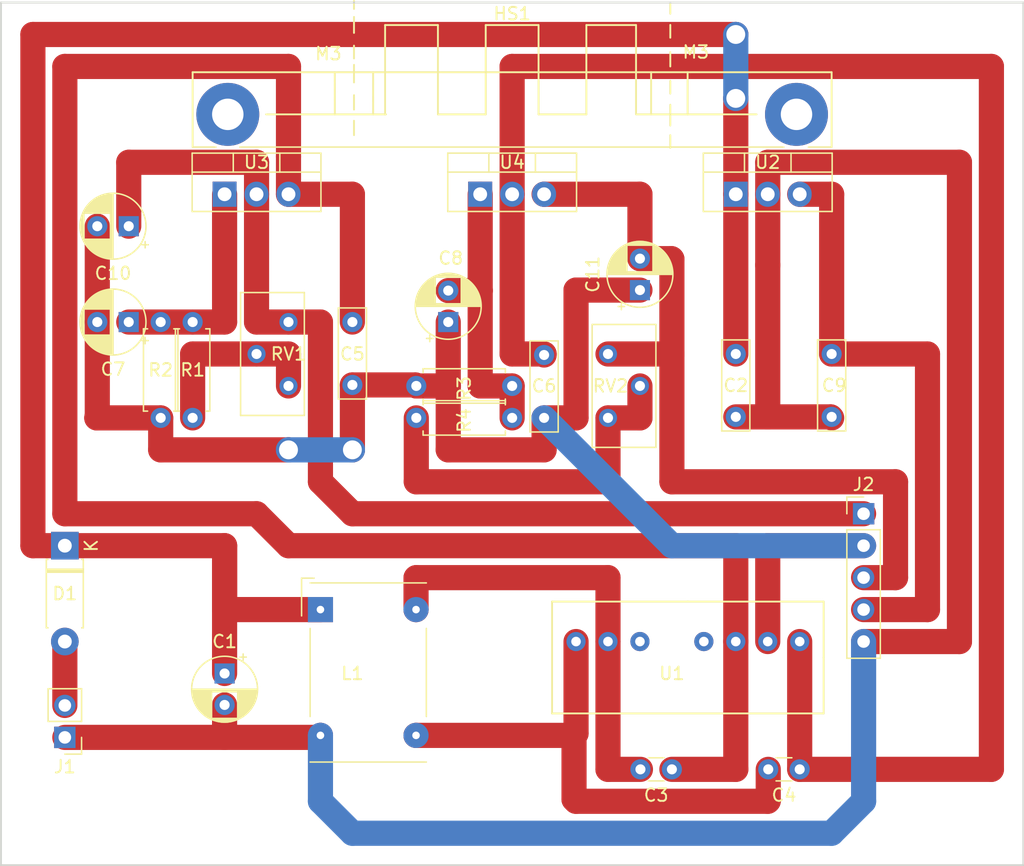
<source format=kicad_pcb>
(kicad_pcb (version 20171130) (host pcbnew "(5.0.0-3-g5ebb6b6)")

  (general
    (thickness 1.6)
    (drawings 4)
    (tracks 132)
    (zones 0)
    (modules 26)
    (nets 16)
  )

  (page A4)
  (layers
    (0 F.Cu signal)
    (31 B.Cu signal)
    (32 B.Adhes user)
    (33 F.Adhes user)
    (34 B.Paste user)
    (35 F.Paste user)
    (36 B.SilkS user)
    (37 F.SilkS user)
    (38 B.Mask user)
    (39 F.Mask user)
    (40 Dwgs.User user)
    (41 Cmts.User user)
    (42 Eco1.User user)
    (43 Eco2.User user)
    (44 Edge.Cuts user)
    (45 Margin user)
    (46 B.CrtYd user hide)
    (47 F.CrtYd user hide)
    (48 B.Fab user hide)
    (49 F.Fab user hide)
  )

  (setup
    (last_trace_width 2)
    (user_trace_width 1)
    (user_trace_width 1.5)
    (user_trace_width 2)
    (trace_clearance 0.2)
    (zone_clearance 0.508)
    (zone_45_only no)
    (trace_min 0.2)
    (segment_width 0.2)
    (edge_width 0.15)
    (via_size 0.8)
    (via_drill 0.4)
    (via_min_size 0.4)
    (via_min_drill 0.3)
    (user_via 2 1.5)
    (uvia_size 0.3)
    (uvia_drill 0.1)
    (uvias_allowed no)
    (uvia_min_size 0.2)
    (uvia_min_drill 0.1)
    (pcb_text_width 0.3)
    (pcb_text_size 1.5 1.5)
    (mod_edge_width 0.15)
    (mod_text_size 1 1)
    (mod_text_width 0.15)
    (pad_size 1.524 1.524)
    (pad_drill 0.762)
    (pad_to_mask_clearance 0.2)
    (aux_axis_origin 0 0)
    (visible_elements FFFFFF7F)
    (pcbplotparams
      (layerselection 0x010fc_ffffffff)
      (usegerberextensions false)
      (usegerberattributes false)
      (usegerberadvancedattributes false)
      (creategerberjobfile false)
      (excludeedgelayer true)
      (linewidth 0.100000)
      (plotframeref false)
      (viasonmask false)
      (mode 1)
      (useauxorigin false)
      (hpglpennumber 1)
      (hpglpenspeed 20)
      (hpglpendiameter 15.000000)
      (psnegative false)
      (psa4output false)
      (plotreference true)
      (plotvalue true)
      (plotinvisibletext false)
      (padsonsilk false)
      (subtractmaskfromsilk false)
      (outputformat 1)
      (mirror false)
      (drillshape 1)
      (scaleselection 1)
      (outputdirectory "../"))
  )

  (net 0 "")
  (net 1 VDD)
  (net 2 GNDA)
  (net 3 "Net-(C3-Pad1)")
  (net 4 "Net-(C3-Pad2)")
  (net 5 "Net-(C4-Pad2)")
  (net 6 "Net-(C4-Pad1)")
  (net 7 VCOM)
  (net 8 "Net-(C7-Pad1)")
  (net 9 "Net-(C8-Pad2)")
  (net 10 +5V)
  (net 11 +12V)
  (net 12 -12V)
  (net 13 "Net-(D1-Pad2)")
  (net 14 "Net-(R1-Pad1)")
  (net 15 "Net-(R4-Pad2)")

  (net_class Default "This is the default net class."
    (clearance 0.2)
    (trace_width 0.25)
    (via_dia 0.8)
    (via_drill 0.4)
    (uvia_dia 0.3)
    (uvia_drill 0.1)
    (add_net +12V)
    (add_net +5V)
    (add_net -12V)
    (add_net GNDA)
    (add_net "Net-(C3-Pad1)")
    (add_net "Net-(C3-Pad2)")
    (add_net "Net-(C4-Pad1)")
    (add_net "Net-(C4-Pad2)")
    (add_net "Net-(C7-Pad1)")
    (add_net "Net-(C8-Pad2)")
    (add_net "Net-(D1-Pad2)")
    (add_net "Net-(R1-Pad1)")
    (add_net "Net-(R4-Pad2)")
    (add_net VCOM)
    (add_net VDD)
  )

  (module Capacitor_THT:CP_Radial_D5.0mm_P2.50mm (layer F.Cu) (tedit 5AE50EF0) (tstamp 5D0449D2)
    (at 78.74 132.08 270)
    (descr "CP, Radial series, Radial, pin pitch=2.50mm, , diameter=5mm, Electrolytic Capacitor")
    (tags "CP Radial series Radial pin pitch 2.50mm  diameter 5mm Electrolytic Capacitor")
    (path /5CFBC0DA)
    (fp_text reference C1 (at -2.54 0) (layer F.SilkS)
      (effects (font (size 1 1) (thickness 0.15)))
    )
    (fp_text value 10uF (at 1.25 3.75 270) (layer F.Fab)
      (effects (font (size 1 1) (thickness 0.15)))
    )
    (fp_circle (center 1.25 0) (end 3.75 0) (layer F.Fab) (width 0.1))
    (fp_circle (center 1.25 0) (end 3.87 0) (layer F.SilkS) (width 0.12))
    (fp_circle (center 1.25 0) (end 4 0) (layer F.CrtYd) (width 0.05))
    (fp_line (start -0.883605 -1.0875) (end -0.383605 -1.0875) (layer F.Fab) (width 0.1))
    (fp_line (start -0.633605 -1.3375) (end -0.633605 -0.8375) (layer F.Fab) (width 0.1))
    (fp_line (start 1.25 -2.58) (end 1.25 2.58) (layer F.SilkS) (width 0.12))
    (fp_line (start 1.29 -2.58) (end 1.29 2.58) (layer F.SilkS) (width 0.12))
    (fp_line (start 1.33 -2.579) (end 1.33 2.579) (layer F.SilkS) (width 0.12))
    (fp_line (start 1.37 -2.578) (end 1.37 2.578) (layer F.SilkS) (width 0.12))
    (fp_line (start 1.41 -2.576) (end 1.41 2.576) (layer F.SilkS) (width 0.12))
    (fp_line (start 1.45 -2.573) (end 1.45 2.573) (layer F.SilkS) (width 0.12))
    (fp_line (start 1.49 -2.569) (end 1.49 -1.04) (layer F.SilkS) (width 0.12))
    (fp_line (start 1.49 1.04) (end 1.49 2.569) (layer F.SilkS) (width 0.12))
    (fp_line (start 1.53 -2.565) (end 1.53 -1.04) (layer F.SilkS) (width 0.12))
    (fp_line (start 1.53 1.04) (end 1.53 2.565) (layer F.SilkS) (width 0.12))
    (fp_line (start 1.57 -2.561) (end 1.57 -1.04) (layer F.SilkS) (width 0.12))
    (fp_line (start 1.57 1.04) (end 1.57 2.561) (layer F.SilkS) (width 0.12))
    (fp_line (start 1.61 -2.556) (end 1.61 -1.04) (layer F.SilkS) (width 0.12))
    (fp_line (start 1.61 1.04) (end 1.61 2.556) (layer F.SilkS) (width 0.12))
    (fp_line (start 1.65 -2.55) (end 1.65 -1.04) (layer F.SilkS) (width 0.12))
    (fp_line (start 1.65 1.04) (end 1.65 2.55) (layer F.SilkS) (width 0.12))
    (fp_line (start 1.69 -2.543) (end 1.69 -1.04) (layer F.SilkS) (width 0.12))
    (fp_line (start 1.69 1.04) (end 1.69 2.543) (layer F.SilkS) (width 0.12))
    (fp_line (start 1.73 -2.536) (end 1.73 -1.04) (layer F.SilkS) (width 0.12))
    (fp_line (start 1.73 1.04) (end 1.73 2.536) (layer F.SilkS) (width 0.12))
    (fp_line (start 1.77 -2.528) (end 1.77 -1.04) (layer F.SilkS) (width 0.12))
    (fp_line (start 1.77 1.04) (end 1.77 2.528) (layer F.SilkS) (width 0.12))
    (fp_line (start 1.81 -2.52) (end 1.81 -1.04) (layer F.SilkS) (width 0.12))
    (fp_line (start 1.81 1.04) (end 1.81 2.52) (layer F.SilkS) (width 0.12))
    (fp_line (start 1.85 -2.511) (end 1.85 -1.04) (layer F.SilkS) (width 0.12))
    (fp_line (start 1.85 1.04) (end 1.85 2.511) (layer F.SilkS) (width 0.12))
    (fp_line (start 1.89 -2.501) (end 1.89 -1.04) (layer F.SilkS) (width 0.12))
    (fp_line (start 1.89 1.04) (end 1.89 2.501) (layer F.SilkS) (width 0.12))
    (fp_line (start 1.93 -2.491) (end 1.93 -1.04) (layer F.SilkS) (width 0.12))
    (fp_line (start 1.93 1.04) (end 1.93 2.491) (layer F.SilkS) (width 0.12))
    (fp_line (start 1.971 -2.48) (end 1.971 -1.04) (layer F.SilkS) (width 0.12))
    (fp_line (start 1.971 1.04) (end 1.971 2.48) (layer F.SilkS) (width 0.12))
    (fp_line (start 2.011 -2.468) (end 2.011 -1.04) (layer F.SilkS) (width 0.12))
    (fp_line (start 2.011 1.04) (end 2.011 2.468) (layer F.SilkS) (width 0.12))
    (fp_line (start 2.051 -2.455) (end 2.051 -1.04) (layer F.SilkS) (width 0.12))
    (fp_line (start 2.051 1.04) (end 2.051 2.455) (layer F.SilkS) (width 0.12))
    (fp_line (start 2.091 -2.442) (end 2.091 -1.04) (layer F.SilkS) (width 0.12))
    (fp_line (start 2.091 1.04) (end 2.091 2.442) (layer F.SilkS) (width 0.12))
    (fp_line (start 2.131 -2.428) (end 2.131 -1.04) (layer F.SilkS) (width 0.12))
    (fp_line (start 2.131 1.04) (end 2.131 2.428) (layer F.SilkS) (width 0.12))
    (fp_line (start 2.171 -2.414) (end 2.171 -1.04) (layer F.SilkS) (width 0.12))
    (fp_line (start 2.171 1.04) (end 2.171 2.414) (layer F.SilkS) (width 0.12))
    (fp_line (start 2.211 -2.398) (end 2.211 -1.04) (layer F.SilkS) (width 0.12))
    (fp_line (start 2.211 1.04) (end 2.211 2.398) (layer F.SilkS) (width 0.12))
    (fp_line (start 2.251 -2.382) (end 2.251 -1.04) (layer F.SilkS) (width 0.12))
    (fp_line (start 2.251 1.04) (end 2.251 2.382) (layer F.SilkS) (width 0.12))
    (fp_line (start 2.291 -2.365) (end 2.291 -1.04) (layer F.SilkS) (width 0.12))
    (fp_line (start 2.291 1.04) (end 2.291 2.365) (layer F.SilkS) (width 0.12))
    (fp_line (start 2.331 -2.348) (end 2.331 -1.04) (layer F.SilkS) (width 0.12))
    (fp_line (start 2.331 1.04) (end 2.331 2.348) (layer F.SilkS) (width 0.12))
    (fp_line (start 2.371 -2.329) (end 2.371 -1.04) (layer F.SilkS) (width 0.12))
    (fp_line (start 2.371 1.04) (end 2.371 2.329) (layer F.SilkS) (width 0.12))
    (fp_line (start 2.411 -2.31) (end 2.411 -1.04) (layer F.SilkS) (width 0.12))
    (fp_line (start 2.411 1.04) (end 2.411 2.31) (layer F.SilkS) (width 0.12))
    (fp_line (start 2.451 -2.29) (end 2.451 -1.04) (layer F.SilkS) (width 0.12))
    (fp_line (start 2.451 1.04) (end 2.451 2.29) (layer F.SilkS) (width 0.12))
    (fp_line (start 2.491 -2.268) (end 2.491 -1.04) (layer F.SilkS) (width 0.12))
    (fp_line (start 2.491 1.04) (end 2.491 2.268) (layer F.SilkS) (width 0.12))
    (fp_line (start 2.531 -2.247) (end 2.531 -1.04) (layer F.SilkS) (width 0.12))
    (fp_line (start 2.531 1.04) (end 2.531 2.247) (layer F.SilkS) (width 0.12))
    (fp_line (start 2.571 -2.224) (end 2.571 -1.04) (layer F.SilkS) (width 0.12))
    (fp_line (start 2.571 1.04) (end 2.571 2.224) (layer F.SilkS) (width 0.12))
    (fp_line (start 2.611 -2.2) (end 2.611 -1.04) (layer F.SilkS) (width 0.12))
    (fp_line (start 2.611 1.04) (end 2.611 2.2) (layer F.SilkS) (width 0.12))
    (fp_line (start 2.651 -2.175) (end 2.651 -1.04) (layer F.SilkS) (width 0.12))
    (fp_line (start 2.651 1.04) (end 2.651 2.175) (layer F.SilkS) (width 0.12))
    (fp_line (start 2.691 -2.149) (end 2.691 -1.04) (layer F.SilkS) (width 0.12))
    (fp_line (start 2.691 1.04) (end 2.691 2.149) (layer F.SilkS) (width 0.12))
    (fp_line (start 2.731 -2.122) (end 2.731 -1.04) (layer F.SilkS) (width 0.12))
    (fp_line (start 2.731 1.04) (end 2.731 2.122) (layer F.SilkS) (width 0.12))
    (fp_line (start 2.771 -2.095) (end 2.771 -1.04) (layer F.SilkS) (width 0.12))
    (fp_line (start 2.771 1.04) (end 2.771 2.095) (layer F.SilkS) (width 0.12))
    (fp_line (start 2.811 -2.065) (end 2.811 -1.04) (layer F.SilkS) (width 0.12))
    (fp_line (start 2.811 1.04) (end 2.811 2.065) (layer F.SilkS) (width 0.12))
    (fp_line (start 2.851 -2.035) (end 2.851 -1.04) (layer F.SilkS) (width 0.12))
    (fp_line (start 2.851 1.04) (end 2.851 2.035) (layer F.SilkS) (width 0.12))
    (fp_line (start 2.891 -2.004) (end 2.891 -1.04) (layer F.SilkS) (width 0.12))
    (fp_line (start 2.891 1.04) (end 2.891 2.004) (layer F.SilkS) (width 0.12))
    (fp_line (start 2.931 -1.971) (end 2.931 -1.04) (layer F.SilkS) (width 0.12))
    (fp_line (start 2.931 1.04) (end 2.931 1.971) (layer F.SilkS) (width 0.12))
    (fp_line (start 2.971 -1.937) (end 2.971 -1.04) (layer F.SilkS) (width 0.12))
    (fp_line (start 2.971 1.04) (end 2.971 1.937) (layer F.SilkS) (width 0.12))
    (fp_line (start 3.011 -1.901) (end 3.011 -1.04) (layer F.SilkS) (width 0.12))
    (fp_line (start 3.011 1.04) (end 3.011 1.901) (layer F.SilkS) (width 0.12))
    (fp_line (start 3.051 -1.864) (end 3.051 -1.04) (layer F.SilkS) (width 0.12))
    (fp_line (start 3.051 1.04) (end 3.051 1.864) (layer F.SilkS) (width 0.12))
    (fp_line (start 3.091 -1.826) (end 3.091 -1.04) (layer F.SilkS) (width 0.12))
    (fp_line (start 3.091 1.04) (end 3.091 1.826) (layer F.SilkS) (width 0.12))
    (fp_line (start 3.131 -1.785) (end 3.131 -1.04) (layer F.SilkS) (width 0.12))
    (fp_line (start 3.131 1.04) (end 3.131 1.785) (layer F.SilkS) (width 0.12))
    (fp_line (start 3.171 -1.743) (end 3.171 -1.04) (layer F.SilkS) (width 0.12))
    (fp_line (start 3.171 1.04) (end 3.171 1.743) (layer F.SilkS) (width 0.12))
    (fp_line (start 3.211 -1.699) (end 3.211 -1.04) (layer F.SilkS) (width 0.12))
    (fp_line (start 3.211 1.04) (end 3.211 1.699) (layer F.SilkS) (width 0.12))
    (fp_line (start 3.251 -1.653) (end 3.251 -1.04) (layer F.SilkS) (width 0.12))
    (fp_line (start 3.251 1.04) (end 3.251 1.653) (layer F.SilkS) (width 0.12))
    (fp_line (start 3.291 -1.605) (end 3.291 -1.04) (layer F.SilkS) (width 0.12))
    (fp_line (start 3.291 1.04) (end 3.291 1.605) (layer F.SilkS) (width 0.12))
    (fp_line (start 3.331 -1.554) (end 3.331 -1.04) (layer F.SilkS) (width 0.12))
    (fp_line (start 3.331 1.04) (end 3.331 1.554) (layer F.SilkS) (width 0.12))
    (fp_line (start 3.371 -1.5) (end 3.371 -1.04) (layer F.SilkS) (width 0.12))
    (fp_line (start 3.371 1.04) (end 3.371 1.5) (layer F.SilkS) (width 0.12))
    (fp_line (start 3.411 -1.443) (end 3.411 -1.04) (layer F.SilkS) (width 0.12))
    (fp_line (start 3.411 1.04) (end 3.411 1.443) (layer F.SilkS) (width 0.12))
    (fp_line (start 3.451 -1.383) (end 3.451 -1.04) (layer F.SilkS) (width 0.12))
    (fp_line (start 3.451 1.04) (end 3.451 1.383) (layer F.SilkS) (width 0.12))
    (fp_line (start 3.491 -1.319) (end 3.491 -1.04) (layer F.SilkS) (width 0.12))
    (fp_line (start 3.491 1.04) (end 3.491 1.319) (layer F.SilkS) (width 0.12))
    (fp_line (start 3.531 -1.251) (end 3.531 -1.04) (layer F.SilkS) (width 0.12))
    (fp_line (start 3.531 1.04) (end 3.531 1.251) (layer F.SilkS) (width 0.12))
    (fp_line (start 3.571 -1.178) (end 3.571 1.178) (layer F.SilkS) (width 0.12))
    (fp_line (start 3.611 -1.098) (end 3.611 1.098) (layer F.SilkS) (width 0.12))
    (fp_line (start 3.651 -1.011) (end 3.651 1.011) (layer F.SilkS) (width 0.12))
    (fp_line (start 3.691 -0.915) (end 3.691 0.915) (layer F.SilkS) (width 0.12))
    (fp_line (start 3.731 -0.805) (end 3.731 0.805) (layer F.SilkS) (width 0.12))
    (fp_line (start 3.771 -0.677) (end 3.771 0.677) (layer F.SilkS) (width 0.12))
    (fp_line (start 3.811 -0.518) (end 3.811 0.518) (layer F.SilkS) (width 0.12))
    (fp_line (start 3.851 -0.284) (end 3.851 0.284) (layer F.SilkS) (width 0.12))
    (fp_line (start -1.554775 -1.475) (end -1.054775 -1.475) (layer F.SilkS) (width 0.12))
    (fp_line (start -1.304775 -1.725) (end -1.304775 -1.225) (layer F.SilkS) (width 0.12))
    (fp_text user %R (at 1.25 0 270) (layer F.Fab)
      (effects (font (size 1 1) (thickness 0.15)))
    )
    (pad 1 thru_hole rect (at 0 0 270) (size 1.6 1.6) (drill 0.8) (layers *.Cu *.Mask)
      (net 1 VDD))
    (pad 2 thru_hole circle (at 2.5 0 270) (size 1.6 1.6) (drill 0.8) (layers *.Cu *.Mask)
      (net 2 GNDA))
    (model ${KISYS3DMOD}/Capacitor_THT.3dshapes/CP_Radial_D5.0mm_P2.50mm.wrl
      (at (xyz 0 0 0))
      (scale (xyz 1 1 1))
      (rotate (xyz 0 0 0))
    )
  )

  (module Capacitor_THT:C_Rect_L7.0mm_W2.0mm_P5.00mm (layer F.Cu) (tedit 5AE50EF0) (tstamp 5D0449E5)
    (at 119.38 106.68 270)
    (descr "C, Rect series, Radial, pin pitch=5.00mm, , length*width=7*2mm^2, Capacitor")
    (tags "C Rect series Radial pin pitch 5.00mm  length 7mm width 2mm Capacitor")
    (path /5CFC8A88)
    (fp_text reference C2 (at 2.5 0) (layer F.SilkS)
      (effects (font (size 1 1) (thickness 0.15)))
    )
    (fp_text value 200nF (at 2.5 2.25 270) (layer F.Fab)
      (effects (font (size 1 1) (thickness 0.15)))
    )
    (fp_line (start -1 -1) (end -1 1) (layer F.Fab) (width 0.1))
    (fp_line (start -1 1) (end 6 1) (layer F.Fab) (width 0.1))
    (fp_line (start 6 1) (end 6 -1) (layer F.Fab) (width 0.1))
    (fp_line (start 6 -1) (end -1 -1) (layer F.Fab) (width 0.1))
    (fp_line (start -1.12 -1.12) (end 6.12 -1.12) (layer F.SilkS) (width 0.12))
    (fp_line (start -1.12 1.12) (end 6.12 1.12) (layer F.SilkS) (width 0.12))
    (fp_line (start -1.12 -1.12) (end -1.12 1.12) (layer F.SilkS) (width 0.12))
    (fp_line (start 6.12 -1.12) (end 6.12 1.12) (layer F.SilkS) (width 0.12))
    (fp_line (start -1.25 -1.25) (end -1.25 1.25) (layer F.CrtYd) (width 0.05))
    (fp_line (start -1.25 1.25) (end 6.25 1.25) (layer F.CrtYd) (width 0.05))
    (fp_line (start 6.25 1.25) (end 6.25 -1.25) (layer F.CrtYd) (width 0.05))
    (fp_line (start 6.25 -1.25) (end -1.25 -1.25) (layer F.CrtYd) (width 0.05))
    (fp_text user %R (at 2.5 0 270) (layer F.Fab)
      (effects (font (size 1 1) (thickness 0.15)))
    )
    (pad 1 thru_hole circle (at 0 0 270) (size 1.6 1.6) (drill 0.8) (layers *.Cu *.Mask)
      (net 1 VDD))
    (pad 2 thru_hole circle (at 5 0 270) (size 1.6 1.6) (drill 0.8) (layers *.Cu *.Mask)
      (net 2 GNDA))
    (model ${KISYS3DMOD}/Capacitor_THT.3dshapes/C_Rect_L7.0mm_W2.0mm_P5.00mm.wrl
      (at (xyz 0 0 0))
      (scale (xyz 1 1 1))
      (rotate (xyz 0 0 0))
    )
  )

  (module Capacitor_THT:C_Disc_D3.0mm_W1.6mm_P2.50mm (layer F.Cu) (tedit 5AE50EF0) (tstamp 5D0449F6)
    (at 114.3 139.7 180)
    (descr "C, Disc series, Radial, pin pitch=2.50mm, , diameter*width=3.0*1.6mm^2, Capacitor, http://www.vishay.com/docs/45233/krseries.pdf")
    (tags "C Disc series Radial pin pitch 2.50mm  diameter 3.0mm width 1.6mm Capacitor")
    (path /5CFB93CF)
    (fp_text reference C3 (at 1.25 -2.05 180) (layer F.SilkS)
      (effects (font (size 1 1) (thickness 0.15)))
    )
    (fp_text value 47p (at 1.25 2.05 180) (layer F.Fab)
      (effects (font (size 1 1) (thickness 0.15)))
    )
    (fp_line (start -0.25 -0.8) (end -0.25 0.8) (layer F.Fab) (width 0.1))
    (fp_line (start -0.25 0.8) (end 2.75 0.8) (layer F.Fab) (width 0.1))
    (fp_line (start 2.75 0.8) (end 2.75 -0.8) (layer F.Fab) (width 0.1))
    (fp_line (start 2.75 -0.8) (end -0.25 -0.8) (layer F.Fab) (width 0.1))
    (fp_line (start 0.621 -0.92) (end 1.879 -0.92) (layer F.SilkS) (width 0.12))
    (fp_line (start 0.621 0.92) (end 1.879 0.92) (layer F.SilkS) (width 0.12))
    (fp_line (start -1.05 -1.05) (end -1.05 1.05) (layer F.CrtYd) (width 0.05))
    (fp_line (start -1.05 1.05) (end 3.55 1.05) (layer F.CrtYd) (width 0.05))
    (fp_line (start 3.55 1.05) (end 3.55 -1.05) (layer F.CrtYd) (width 0.05))
    (fp_line (start 3.55 -1.05) (end -1.05 -1.05) (layer F.CrtYd) (width 0.05))
    (fp_text user %R (at 1.25 0 180) (layer F.Fab)
      (effects (font (size 0.6 0.6) (thickness 0.09)))
    )
    (pad 1 thru_hole circle (at 0 0 180) (size 1.6 1.6) (drill 0.8) (layers *.Cu *.Mask)
      (net 3 "Net-(C3-Pad1)"))
    (pad 2 thru_hole circle (at 2.5 0 180) (size 1.6 1.6) (drill 0.8) (layers *.Cu *.Mask)
      (net 4 "Net-(C3-Pad2)"))
    (model ${KISYS3DMOD}/Capacitor_THT.3dshapes/C_Disc_D3.0mm_W1.6mm_P2.50mm.wrl
      (at (xyz 0 0 0))
      (scale (xyz 1 1 1))
      (rotate (xyz 0 0 0))
    )
  )

  (module Capacitor_THT:C_Disc_D3.0mm_W1.6mm_P2.50mm (layer F.Cu) (tedit 5AE50EF0) (tstamp 5D044A07)
    (at 124.46 139.7 180)
    (descr "C, Disc series, Radial, pin pitch=2.50mm, , diameter*width=3.0*1.6mm^2, Capacitor, http://www.vishay.com/docs/45233/krseries.pdf")
    (tags "C Disc series Radial pin pitch 2.50mm  diameter 3.0mm width 1.6mm Capacitor")
    (path /5CFBA757)
    (fp_text reference C4 (at 1.25 -2.05 180) (layer F.SilkS)
      (effects (font (size 1 1) (thickness 0.15)))
    )
    (fp_text value 100p (at 1.25 2.05 180) (layer F.Fab)
      (effects (font (size 1 1) (thickness 0.15)))
    )
    (fp_text user %R (at 1.25 0 180) (layer F.Fab)
      (effects (font (size 0.6 0.6) (thickness 0.09)))
    )
    (fp_line (start 3.55 -1.05) (end -1.05 -1.05) (layer F.CrtYd) (width 0.05))
    (fp_line (start 3.55 1.05) (end 3.55 -1.05) (layer F.CrtYd) (width 0.05))
    (fp_line (start -1.05 1.05) (end 3.55 1.05) (layer F.CrtYd) (width 0.05))
    (fp_line (start -1.05 -1.05) (end -1.05 1.05) (layer F.CrtYd) (width 0.05))
    (fp_line (start 0.621 0.92) (end 1.879 0.92) (layer F.SilkS) (width 0.12))
    (fp_line (start 0.621 -0.92) (end 1.879 -0.92) (layer F.SilkS) (width 0.12))
    (fp_line (start 2.75 -0.8) (end -0.25 -0.8) (layer F.Fab) (width 0.1))
    (fp_line (start 2.75 0.8) (end 2.75 -0.8) (layer F.Fab) (width 0.1))
    (fp_line (start -0.25 0.8) (end 2.75 0.8) (layer F.Fab) (width 0.1))
    (fp_line (start -0.25 -0.8) (end -0.25 0.8) (layer F.Fab) (width 0.1))
    (pad 2 thru_hole circle (at 2.5 0 180) (size 1.6 1.6) (drill 0.8) (layers *.Cu *.Mask)
      (net 5 "Net-(C4-Pad2)"))
    (pad 1 thru_hole circle (at 0 0 180) (size 1.6 1.6) (drill 0.8) (layers *.Cu *.Mask)
      (net 6 "Net-(C4-Pad1)"))
    (model ${KISYS3DMOD}/Capacitor_THT.3dshapes/C_Disc_D3.0mm_W1.6mm_P2.50mm.wrl
      (at (xyz 0 0 0))
      (scale (xyz 1 1 1))
      (rotate (xyz 0 0 0))
    )
  )

  (module Capacitor_THT:C_Rect_L7.0mm_W2.0mm_P5.00mm (layer F.Cu) (tedit 5AE50EF0) (tstamp 5D044A1A)
    (at 88.9 104.14 270)
    (descr "C, Rect series, Radial, pin pitch=5.00mm, , length*width=7*2mm^2, Capacitor")
    (tags "C Rect series Radial pin pitch 5.00mm  length 7mm width 2mm Capacitor")
    (path /5D0797B6)
    (fp_text reference C5 (at 2.54 0) (layer F.SilkS)
      (effects (font (size 1 1) (thickness 0.15)))
    )
    (fp_text value 100nF (at 2.5 2.25 270) (layer F.Fab)
      (effects (font (size 1 1) (thickness 0.15)))
    )
    (fp_line (start -1 -1) (end -1 1) (layer F.Fab) (width 0.1))
    (fp_line (start -1 1) (end 6 1) (layer F.Fab) (width 0.1))
    (fp_line (start 6 1) (end 6 -1) (layer F.Fab) (width 0.1))
    (fp_line (start 6 -1) (end -1 -1) (layer F.Fab) (width 0.1))
    (fp_line (start -1.12 -1.12) (end 6.12 -1.12) (layer F.SilkS) (width 0.12))
    (fp_line (start -1.12 1.12) (end 6.12 1.12) (layer F.SilkS) (width 0.12))
    (fp_line (start -1.12 -1.12) (end -1.12 1.12) (layer F.SilkS) (width 0.12))
    (fp_line (start 6.12 -1.12) (end 6.12 1.12) (layer F.SilkS) (width 0.12))
    (fp_line (start -1.25 -1.25) (end -1.25 1.25) (layer F.CrtYd) (width 0.05))
    (fp_line (start -1.25 1.25) (end 6.25 1.25) (layer F.CrtYd) (width 0.05))
    (fp_line (start 6.25 1.25) (end 6.25 -1.25) (layer F.CrtYd) (width 0.05))
    (fp_line (start 6.25 -1.25) (end -1.25 -1.25) (layer F.CrtYd) (width 0.05))
    (fp_text user %R (at 2.5 0 270) (layer F.Fab)
      (effects (font (size 1 1) (thickness 0.15)))
    )
    (pad 1 thru_hole circle (at 0 0 270) (size 1.6 1.6) (drill 0.8) (layers *.Cu *.Mask)
      (net 3 "Net-(C3-Pad1)"))
    (pad 2 thru_hole circle (at 5 0 270) (size 1.6 1.6) (drill 0.8) (layers *.Cu *.Mask)
      (net 7 VCOM))
    (model ${KISYS3DMOD}/Capacitor_THT.3dshapes/C_Rect_L7.0mm_W2.0mm_P5.00mm.wrl
      (at (xyz 0 0 0))
      (scale (xyz 1 1 1))
      (rotate (xyz 0 0 0))
    )
  )

  (module Capacitor_THT:C_Rect_L7.0mm_W2.0mm_P5.00mm (layer F.Cu) (tedit 5AE50EF0) (tstamp 5D044A2D)
    (at 104.14 111.76 90)
    (descr "C, Rect series, Radial, pin pitch=5.00mm, , length*width=7*2mm^2, Capacitor")
    (tags "C Rect series Radial pin pitch 5.00mm  length 7mm width 2mm Capacitor")
    (path /5D0E98EF)
    (fp_text reference C6 (at 2.54 0 180) (layer F.SilkS)
      (effects (font (size 1 1) (thickness 0.15)))
    )
    (fp_text value 100nF (at 2.5 2.25 90) (layer F.Fab)
      (effects (font (size 1 1) (thickness 0.15)))
    )
    (fp_text user %R (at 2.5 0 90) (layer F.Fab)
      (effects (font (size 1 1) (thickness 0.15)))
    )
    (fp_line (start 6.25 -1.25) (end -1.25 -1.25) (layer F.CrtYd) (width 0.05))
    (fp_line (start 6.25 1.25) (end 6.25 -1.25) (layer F.CrtYd) (width 0.05))
    (fp_line (start -1.25 1.25) (end 6.25 1.25) (layer F.CrtYd) (width 0.05))
    (fp_line (start -1.25 -1.25) (end -1.25 1.25) (layer F.CrtYd) (width 0.05))
    (fp_line (start 6.12 -1.12) (end 6.12 1.12) (layer F.SilkS) (width 0.12))
    (fp_line (start -1.12 -1.12) (end -1.12 1.12) (layer F.SilkS) (width 0.12))
    (fp_line (start -1.12 1.12) (end 6.12 1.12) (layer F.SilkS) (width 0.12))
    (fp_line (start -1.12 -1.12) (end 6.12 -1.12) (layer F.SilkS) (width 0.12))
    (fp_line (start 6 -1) (end -1 -1) (layer F.Fab) (width 0.1))
    (fp_line (start 6 1) (end 6 -1) (layer F.Fab) (width 0.1))
    (fp_line (start -1 1) (end 6 1) (layer F.Fab) (width 0.1))
    (fp_line (start -1 -1) (end -1 1) (layer F.Fab) (width 0.1))
    (pad 2 thru_hole circle (at 5 0 90) (size 1.6 1.6) (drill 0.8) (layers *.Cu *.Mask)
      (net 6 "Net-(C4-Pad1)"))
    (pad 1 thru_hole circle (at 0 0 90) (size 1.6 1.6) (drill 0.8) (layers *.Cu *.Mask)
      (net 7 VCOM))
    (model ${KISYS3DMOD}/Capacitor_THT.3dshapes/C_Rect_L7.0mm_W2.0mm_P5.00mm.wrl
      (at (xyz 0 0 0))
      (scale (xyz 1 1 1))
      (rotate (xyz 0 0 0))
    )
  )

  (module Capacitor_THT:CP_Radial_D5.0mm_P2.50mm (layer F.Cu) (tedit 5AE50EF0) (tstamp 5D047A6B)
    (at 71.12 104.14 180)
    (descr "CP, Radial series, Radial, pin pitch=2.50mm, , diameter=5mm, Electrolytic Capacitor")
    (tags "CP Radial series Radial pin pitch 2.50mm  diameter 5mm Electrolytic Capacitor")
    (path /5D130626)
    (fp_text reference C7 (at 1.25 -3.75 180) (layer F.SilkS)
      (effects (font (size 1 1) (thickness 0.15)))
    )
    (fp_text value 10uF (at 1.25 3.75 180) (layer F.Fab)
      (effects (font (size 1 1) (thickness 0.15)))
    )
    (fp_text user %R (at 1.25 0 180) (layer F.Fab)
      (effects (font (size 1 1) (thickness 0.15)))
    )
    (fp_line (start -1.304775 -1.725) (end -1.304775 -1.225) (layer F.SilkS) (width 0.12))
    (fp_line (start -1.554775 -1.475) (end -1.054775 -1.475) (layer F.SilkS) (width 0.12))
    (fp_line (start 3.851 -0.284) (end 3.851 0.284) (layer F.SilkS) (width 0.12))
    (fp_line (start 3.811 -0.518) (end 3.811 0.518) (layer F.SilkS) (width 0.12))
    (fp_line (start 3.771 -0.677) (end 3.771 0.677) (layer F.SilkS) (width 0.12))
    (fp_line (start 3.731 -0.805) (end 3.731 0.805) (layer F.SilkS) (width 0.12))
    (fp_line (start 3.691 -0.915) (end 3.691 0.915) (layer F.SilkS) (width 0.12))
    (fp_line (start 3.651 -1.011) (end 3.651 1.011) (layer F.SilkS) (width 0.12))
    (fp_line (start 3.611 -1.098) (end 3.611 1.098) (layer F.SilkS) (width 0.12))
    (fp_line (start 3.571 -1.178) (end 3.571 1.178) (layer F.SilkS) (width 0.12))
    (fp_line (start 3.531 1.04) (end 3.531 1.251) (layer F.SilkS) (width 0.12))
    (fp_line (start 3.531 -1.251) (end 3.531 -1.04) (layer F.SilkS) (width 0.12))
    (fp_line (start 3.491 1.04) (end 3.491 1.319) (layer F.SilkS) (width 0.12))
    (fp_line (start 3.491 -1.319) (end 3.491 -1.04) (layer F.SilkS) (width 0.12))
    (fp_line (start 3.451 1.04) (end 3.451 1.383) (layer F.SilkS) (width 0.12))
    (fp_line (start 3.451 -1.383) (end 3.451 -1.04) (layer F.SilkS) (width 0.12))
    (fp_line (start 3.411 1.04) (end 3.411 1.443) (layer F.SilkS) (width 0.12))
    (fp_line (start 3.411 -1.443) (end 3.411 -1.04) (layer F.SilkS) (width 0.12))
    (fp_line (start 3.371 1.04) (end 3.371 1.5) (layer F.SilkS) (width 0.12))
    (fp_line (start 3.371 -1.5) (end 3.371 -1.04) (layer F.SilkS) (width 0.12))
    (fp_line (start 3.331 1.04) (end 3.331 1.554) (layer F.SilkS) (width 0.12))
    (fp_line (start 3.331 -1.554) (end 3.331 -1.04) (layer F.SilkS) (width 0.12))
    (fp_line (start 3.291 1.04) (end 3.291 1.605) (layer F.SilkS) (width 0.12))
    (fp_line (start 3.291 -1.605) (end 3.291 -1.04) (layer F.SilkS) (width 0.12))
    (fp_line (start 3.251 1.04) (end 3.251 1.653) (layer F.SilkS) (width 0.12))
    (fp_line (start 3.251 -1.653) (end 3.251 -1.04) (layer F.SilkS) (width 0.12))
    (fp_line (start 3.211 1.04) (end 3.211 1.699) (layer F.SilkS) (width 0.12))
    (fp_line (start 3.211 -1.699) (end 3.211 -1.04) (layer F.SilkS) (width 0.12))
    (fp_line (start 3.171 1.04) (end 3.171 1.743) (layer F.SilkS) (width 0.12))
    (fp_line (start 3.171 -1.743) (end 3.171 -1.04) (layer F.SilkS) (width 0.12))
    (fp_line (start 3.131 1.04) (end 3.131 1.785) (layer F.SilkS) (width 0.12))
    (fp_line (start 3.131 -1.785) (end 3.131 -1.04) (layer F.SilkS) (width 0.12))
    (fp_line (start 3.091 1.04) (end 3.091 1.826) (layer F.SilkS) (width 0.12))
    (fp_line (start 3.091 -1.826) (end 3.091 -1.04) (layer F.SilkS) (width 0.12))
    (fp_line (start 3.051 1.04) (end 3.051 1.864) (layer F.SilkS) (width 0.12))
    (fp_line (start 3.051 -1.864) (end 3.051 -1.04) (layer F.SilkS) (width 0.12))
    (fp_line (start 3.011 1.04) (end 3.011 1.901) (layer F.SilkS) (width 0.12))
    (fp_line (start 3.011 -1.901) (end 3.011 -1.04) (layer F.SilkS) (width 0.12))
    (fp_line (start 2.971 1.04) (end 2.971 1.937) (layer F.SilkS) (width 0.12))
    (fp_line (start 2.971 -1.937) (end 2.971 -1.04) (layer F.SilkS) (width 0.12))
    (fp_line (start 2.931 1.04) (end 2.931 1.971) (layer F.SilkS) (width 0.12))
    (fp_line (start 2.931 -1.971) (end 2.931 -1.04) (layer F.SilkS) (width 0.12))
    (fp_line (start 2.891 1.04) (end 2.891 2.004) (layer F.SilkS) (width 0.12))
    (fp_line (start 2.891 -2.004) (end 2.891 -1.04) (layer F.SilkS) (width 0.12))
    (fp_line (start 2.851 1.04) (end 2.851 2.035) (layer F.SilkS) (width 0.12))
    (fp_line (start 2.851 -2.035) (end 2.851 -1.04) (layer F.SilkS) (width 0.12))
    (fp_line (start 2.811 1.04) (end 2.811 2.065) (layer F.SilkS) (width 0.12))
    (fp_line (start 2.811 -2.065) (end 2.811 -1.04) (layer F.SilkS) (width 0.12))
    (fp_line (start 2.771 1.04) (end 2.771 2.095) (layer F.SilkS) (width 0.12))
    (fp_line (start 2.771 -2.095) (end 2.771 -1.04) (layer F.SilkS) (width 0.12))
    (fp_line (start 2.731 1.04) (end 2.731 2.122) (layer F.SilkS) (width 0.12))
    (fp_line (start 2.731 -2.122) (end 2.731 -1.04) (layer F.SilkS) (width 0.12))
    (fp_line (start 2.691 1.04) (end 2.691 2.149) (layer F.SilkS) (width 0.12))
    (fp_line (start 2.691 -2.149) (end 2.691 -1.04) (layer F.SilkS) (width 0.12))
    (fp_line (start 2.651 1.04) (end 2.651 2.175) (layer F.SilkS) (width 0.12))
    (fp_line (start 2.651 -2.175) (end 2.651 -1.04) (layer F.SilkS) (width 0.12))
    (fp_line (start 2.611 1.04) (end 2.611 2.2) (layer F.SilkS) (width 0.12))
    (fp_line (start 2.611 -2.2) (end 2.611 -1.04) (layer F.SilkS) (width 0.12))
    (fp_line (start 2.571 1.04) (end 2.571 2.224) (layer F.SilkS) (width 0.12))
    (fp_line (start 2.571 -2.224) (end 2.571 -1.04) (layer F.SilkS) (width 0.12))
    (fp_line (start 2.531 1.04) (end 2.531 2.247) (layer F.SilkS) (width 0.12))
    (fp_line (start 2.531 -2.247) (end 2.531 -1.04) (layer F.SilkS) (width 0.12))
    (fp_line (start 2.491 1.04) (end 2.491 2.268) (layer F.SilkS) (width 0.12))
    (fp_line (start 2.491 -2.268) (end 2.491 -1.04) (layer F.SilkS) (width 0.12))
    (fp_line (start 2.451 1.04) (end 2.451 2.29) (layer F.SilkS) (width 0.12))
    (fp_line (start 2.451 -2.29) (end 2.451 -1.04) (layer F.SilkS) (width 0.12))
    (fp_line (start 2.411 1.04) (end 2.411 2.31) (layer F.SilkS) (width 0.12))
    (fp_line (start 2.411 -2.31) (end 2.411 -1.04) (layer F.SilkS) (width 0.12))
    (fp_line (start 2.371 1.04) (end 2.371 2.329) (layer F.SilkS) (width 0.12))
    (fp_line (start 2.371 -2.329) (end 2.371 -1.04) (layer F.SilkS) (width 0.12))
    (fp_line (start 2.331 1.04) (end 2.331 2.348) (layer F.SilkS) (width 0.12))
    (fp_line (start 2.331 -2.348) (end 2.331 -1.04) (layer F.SilkS) (width 0.12))
    (fp_line (start 2.291 1.04) (end 2.291 2.365) (layer F.SilkS) (width 0.12))
    (fp_line (start 2.291 -2.365) (end 2.291 -1.04) (layer F.SilkS) (width 0.12))
    (fp_line (start 2.251 1.04) (end 2.251 2.382) (layer F.SilkS) (width 0.12))
    (fp_line (start 2.251 -2.382) (end 2.251 -1.04) (layer F.SilkS) (width 0.12))
    (fp_line (start 2.211 1.04) (end 2.211 2.398) (layer F.SilkS) (width 0.12))
    (fp_line (start 2.211 -2.398) (end 2.211 -1.04) (layer F.SilkS) (width 0.12))
    (fp_line (start 2.171 1.04) (end 2.171 2.414) (layer F.SilkS) (width 0.12))
    (fp_line (start 2.171 -2.414) (end 2.171 -1.04) (layer F.SilkS) (width 0.12))
    (fp_line (start 2.131 1.04) (end 2.131 2.428) (layer F.SilkS) (width 0.12))
    (fp_line (start 2.131 -2.428) (end 2.131 -1.04) (layer F.SilkS) (width 0.12))
    (fp_line (start 2.091 1.04) (end 2.091 2.442) (layer F.SilkS) (width 0.12))
    (fp_line (start 2.091 -2.442) (end 2.091 -1.04) (layer F.SilkS) (width 0.12))
    (fp_line (start 2.051 1.04) (end 2.051 2.455) (layer F.SilkS) (width 0.12))
    (fp_line (start 2.051 -2.455) (end 2.051 -1.04) (layer F.SilkS) (width 0.12))
    (fp_line (start 2.011 1.04) (end 2.011 2.468) (layer F.SilkS) (width 0.12))
    (fp_line (start 2.011 -2.468) (end 2.011 -1.04) (layer F.SilkS) (width 0.12))
    (fp_line (start 1.971 1.04) (end 1.971 2.48) (layer F.SilkS) (width 0.12))
    (fp_line (start 1.971 -2.48) (end 1.971 -1.04) (layer F.SilkS) (width 0.12))
    (fp_line (start 1.93 1.04) (end 1.93 2.491) (layer F.SilkS) (width 0.12))
    (fp_line (start 1.93 -2.491) (end 1.93 -1.04) (layer F.SilkS) (width 0.12))
    (fp_line (start 1.89 1.04) (end 1.89 2.501) (layer F.SilkS) (width 0.12))
    (fp_line (start 1.89 -2.501) (end 1.89 -1.04) (layer F.SilkS) (width 0.12))
    (fp_line (start 1.85 1.04) (end 1.85 2.511) (layer F.SilkS) (width 0.12))
    (fp_line (start 1.85 -2.511) (end 1.85 -1.04) (layer F.SilkS) (width 0.12))
    (fp_line (start 1.81 1.04) (end 1.81 2.52) (layer F.SilkS) (width 0.12))
    (fp_line (start 1.81 -2.52) (end 1.81 -1.04) (layer F.SilkS) (width 0.12))
    (fp_line (start 1.77 1.04) (end 1.77 2.528) (layer F.SilkS) (width 0.12))
    (fp_line (start 1.77 -2.528) (end 1.77 -1.04) (layer F.SilkS) (width 0.12))
    (fp_line (start 1.73 1.04) (end 1.73 2.536) (layer F.SilkS) (width 0.12))
    (fp_line (start 1.73 -2.536) (end 1.73 -1.04) (layer F.SilkS) (width 0.12))
    (fp_line (start 1.69 1.04) (end 1.69 2.543) (layer F.SilkS) (width 0.12))
    (fp_line (start 1.69 -2.543) (end 1.69 -1.04) (layer F.SilkS) (width 0.12))
    (fp_line (start 1.65 1.04) (end 1.65 2.55) (layer F.SilkS) (width 0.12))
    (fp_line (start 1.65 -2.55) (end 1.65 -1.04) (layer F.SilkS) (width 0.12))
    (fp_line (start 1.61 1.04) (end 1.61 2.556) (layer F.SilkS) (width 0.12))
    (fp_line (start 1.61 -2.556) (end 1.61 -1.04) (layer F.SilkS) (width 0.12))
    (fp_line (start 1.57 1.04) (end 1.57 2.561) (layer F.SilkS) (width 0.12))
    (fp_line (start 1.57 -2.561) (end 1.57 -1.04) (layer F.SilkS) (width 0.12))
    (fp_line (start 1.53 1.04) (end 1.53 2.565) (layer F.SilkS) (width 0.12))
    (fp_line (start 1.53 -2.565) (end 1.53 -1.04) (layer F.SilkS) (width 0.12))
    (fp_line (start 1.49 1.04) (end 1.49 2.569) (layer F.SilkS) (width 0.12))
    (fp_line (start 1.49 -2.569) (end 1.49 -1.04) (layer F.SilkS) (width 0.12))
    (fp_line (start 1.45 -2.573) (end 1.45 2.573) (layer F.SilkS) (width 0.12))
    (fp_line (start 1.41 -2.576) (end 1.41 2.576) (layer F.SilkS) (width 0.12))
    (fp_line (start 1.37 -2.578) (end 1.37 2.578) (layer F.SilkS) (width 0.12))
    (fp_line (start 1.33 -2.579) (end 1.33 2.579) (layer F.SilkS) (width 0.12))
    (fp_line (start 1.29 -2.58) (end 1.29 2.58) (layer F.SilkS) (width 0.12))
    (fp_line (start 1.25 -2.58) (end 1.25 2.58) (layer F.SilkS) (width 0.12))
    (fp_line (start -0.633605 -1.3375) (end -0.633605 -0.8375) (layer F.Fab) (width 0.1))
    (fp_line (start -0.883605 -1.0875) (end -0.383605 -1.0875) (layer F.Fab) (width 0.1))
    (fp_circle (center 1.25 0) (end 4 0) (layer F.CrtYd) (width 0.05))
    (fp_circle (center 1.25 0) (end 3.87 0) (layer F.SilkS) (width 0.12))
    (fp_circle (center 1.25 0) (end 3.75 0) (layer F.Fab) (width 0.1))
    (pad 2 thru_hole circle (at 2.5 0 180) (size 1.6 1.6) (drill 0.8) (layers *.Cu *.Mask)
      (net 7 VCOM))
    (pad 1 thru_hole rect (at 0 0 180) (size 1.6 1.6) (drill 0.8) (layers *.Cu *.Mask)
      (net 8 "Net-(C7-Pad1)"))
    (model ${KISYS3DMOD}/Capacitor_THT.3dshapes/CP_Radial_D5.0mm_P2.50mm.wrl
      (at (xyz 0 0 0))
      (scale (xyz 1 1 1))
      (rotate (xyz 0 0 0))
    )
  )

  (module Capacitor_THT:CP_Radial_D5.0mm_P2.50mm (layer F.Cu) (tedit 5AE50EF0) (tstamp 5D044B35)
    (at 96.52 104.14 90)
    (descr "CP, Radial series, Radial, pin pitch=2.50mm, , diameter=5mm, Electrolytic Capacitor")
    (tags "CP Radial series Radial pin pitch 2.50mm  diameter 5mm Electrolytic Capacitor")
    (path /5D130685)
    (fp_text reference C8 (at 5.08 0.2 180) (layer F.SilkS)
      (effects (font (size 1 1) (thickness 0.15)))
    )
    (fp_text value 10uF (at 1.25 3.75 90) (layer F.Fab)
      (effects (font (size 1 1) (thickness 0.15)))
    )
    (fp_circle (center 1.25 0) (end 3.75 0) (layer F.Fab) (width 0.1))
    (fp_circle (center 1.25 0) (end 3.87 0) (layer F.SilkS) (width 0.12))
    (fp_circle (center 1.25 0) (end 4 0) (layer F.CrtYd) (width 0.05))
    (fp_line (start -0.883605 -1.0875) (end -0.383605 -1.0875) (layer F.Fab) (width 0.1))
    (fp_line (start -0.633605 -1.3375) (end -0.633605 -0.8375) (layer F.Fab) (width 0.1))
    (fp_line (start 1.25 -2.58) (end 1.25 2.58) (layer F.SilkS) (width 0.12))
    (fp_line (start 1.29 -2.58) (end 1.29 2.58) (layer F.SilkS) (width 0.12))
    (fp_line (start 1.33 -2.579) (end 1.33 2.579) (layer F.SilkS) (width 0.12))
    (fp_line (start 1.37 -2.578) (end 1.37 2.578) (layer F.SilkS) (width 0.12))
    (fp_line (start 1.41 -2.576) (end 1.41 2.576) (layer F.SilkS) (width 0.12))
    (fp_line (start 1.45 -2.573) (end 1.45 2.573) (layer F.SilkS) (width 0.12))
    (fp_line (start 1.49 -2.569) (end 1.49 -1.04) (layer F.SilkS) (width 0.12))
    (fp_line (start 1.49 1.04) (end 1.49 2.569) (layer F.SilkS) (width 0.12))
    (fp_line (start 1.53 -2.565) (end 1.53 -1.04) (layer F.SilkS) (width 0.12))
    (fp_line (start 1.53 1.04) (end 1.53 2.565) (layer F.SilkS) (width 0.12))
    (fp_line (start 1.57 -2.561) (end 1.57 -1.04) (layer F.SilkS) (width 0.12))
    (fp_line (start 1.57 1.04) (end 1.57 2.561) (layer F.SilkS) (width 0.12))
    (fp_line (start 1.61 -2.556) (end 1.61 -1.04) (layer F.SilkS) (width 0.12))
    (fp_line (start 1.61 1.04) (end 1.61 2.556) (layer F.SilkS) (width 0.12))
    (fp_line (start 1.65 -2.55) (end 1.65 -1.04) (layer F.SilkS) (width 0.12))
    (fp_line (start 1.65 1.04) (end 1.65 2.55) (layer F.SilkS) (width 0.12))
    (fp_line (start 1.69 -2.543) (end 1.69 -1.04) (layer F.SilkS) (width 0.12))
    (fp_line (start 1.69 1.04) (end 1.69 2.543) (layer F.SilkS) (width 0.12))
    (fp_line (start 1.73 -2.536) (end 1.73 -1.04) (layer F.SilkS) (width 0.12))
    (fp_line (start 1.73 1.04) (end 1.73 2.536) (layer F.SilkS) (width 0.12))
    (fp_line (start 1.77 -2.528) (end 1.77 -1.04) (layer F.SilkS) (width 0.12))
    (fp_line (start 1.77 1.04) (end 1.77 2.528) (layer F.SilkS) (width 0.12))
    (fp_line (start 1.81 -2.52) (end 1.81 -1.04) (layer F.SilkS) (width 0.12))
    (fp_line (start 1.81 1.04) (end 1.81 2.52) (layer F.SilkS) (width 0.12))
    (fp_line (start 1.85 -2.511) (end 1.85 -1.04) (layer F.SilkS) (width 0.12))
    (fp_line (start 1.85 1.04) (end 1.85 2.511) (layer F.SilkS) (width 0.12))
    (fp_line (start 1.89 -2.501) (end 1.89 -1.04) (layer F.SilkS) (width 0.12))
    (fp_line (start 1.89 1.04) (end 1.89 2.501) (layer F.SilkS) (width 0.12))
    (fp_line (start 1.93 -2.491) (end 1.93 -1.04) (layer F.SilkS) (width 0.12))
    (fp_line (start 1.93 1.04) (end 1.93 2.491) (layer F.SilkS) (width 0.12))
    (fp_line (start 1.971 -2.48) (end 1.971 -1.04) (layer F.SilkS) (width 0.12))
    (fp_line (start 1.971 1.04) (end 1.971 2.48) (layer F.SilkS) (width 0.12))
    (fp_line (start 2.011 -2.468) (end 2.011 -1.04) (layer F.SilkS) (width 0.12))
    (fp_line (start 2.011 1.04) (end 2.011 2.468) (layer F.SilkS) (width 0.12))
    (fp_line (start 2.051 -2.455) (end 2.051 -1.04) (layer F.SilkS) (width 0.12))
    (fp_line (start 2.051 1.04) (end 2.051 2.455) (layer F.SilkS) (width 0.12))
    (fp_line (start 2.091 -2.442) (end 2.091 -1.04) (layer F.SilkS) (width 0.12))
    (fp_line (start 2.091 1.04) (end 2.091 2.442) (layer F.SilkS) (width 0.12))
    (fp_line (start 2.131 -2.428) (end 2.131 -1.04) (layer F.SilkS) (width 0.12))
    (fp_line (start 2.131 1.04) (end 2.131 2.428) (layer F.SilkS) (width 0.12))
    (fp_line (start 2.171 -2.414) (end 2.171 -1.04) (layer F.SilkS) (width 0.12))
    (fp_line (start 2.171 1.04) (end 2.171 2.414) (layer F.SilkS) (width 0.12))
    (fp_line (start 2.211 -2.398) (end 2.211 -1.04) (layer F.SilkS) (width 0.12))
    (fp_line (start 2.211 1.04) (end 2.211 2.398) (layer F.SilkS) (width 0.12))
    (fp_line (start 2.251 -2.382) (end 2.251 -1.04) (layer F.SilkS) (width 0.12))
    (fp_line (start 2.251 1.04) (end 2.251 2.382) (layer F.SilkS) (width 0.12))
    (fp_line (start 2.291 -2.365) (end 2.291 -1.04) (layer F.SilkS) (width 0.12))
    (fp_line (start 2.291 1.04) (end 2.291 2.365) (layer F.SilkS) (width 0.12))
    (fp_line (start 2.331 -2.348) (end 2.331 -1.04) (layer F.SilkS) (width 0.12))
    (fp_line (start 2.331 1.04) (end 2.331 2.348) (layer F.SilkS) (width 0.12))
    (fp_line (start 2.371 -2.329) (end 2.371 -1.04) (layer F.SilkS) (width 0.12))
    (fp_line (start 2.371 1.04) (end 2.371 2.329) (layer F.SilkS) (width 0.12))
    (fp_line (start 2.411 -2.31) (end 2.411 -1.04) (layer F.SilkS) (width 0.12))
    (fp_line (start 2.411 1.04) (end 2.411 2.31) (layer F.SilkS) (width 0.12))
    (fp_line (start 2.451 -2.29) (end 2.451 -1.04) (layer F.SilkS) (width 0.12))
    (fp_line (start 2.451 1.04) (end 2.451 2.29) (layer F.SilkS) (width 0.12))
    (fp_line (start 2.491 -2.268) (end 2.491 -1.04) (layer F.SilkS) (width 0.12))
    (fp_line (start 2.491 1.04) (end 2.491 2.268) (layer F.SilkS) (width 0.12))
    (fp_line (start 2.531 -2.247) (end 2.531 -1.04) (layer F.SilkS) (width 0.12))
    (fp_line (start 2.531 1.04) (end 2.531 2.247) (layer F.SilkS) (width 0.12))
    (fp_line (start 2.571 -2.224) (end 2.571 -1.04) (layer F.SilkS) (width 0.12))
    (fp_line (start 2.571 1.04) (end 2.571 2.224) (layer F.SilkS) (width 0.12))
    (fp_line (start 2.611 -2.2) (end 2.611 -1.04) (layer F.SilkS) (width 0.12))
    (fp_line (start 2.611 1.04) (end 2.611 2.2) (layer F.SilkS) (width 0.12))
    (fp_line (start 2.651 -2.175) (end 2.651 -1.04) (layer F.SilkS) (width 0.12))
    (fp_line (start 2.651 1.04) (end 2.651 2.175) (layer F.SilkS) (width 0.12))
    (fp_line (start 2.691 -2.149) (end 2.691 -1.04) (layer F.SilkS) (width 0.12))
    (fp_line (start 2.691 1.04) (end 2.691 2.149) (layer F.SilkS) (width 0.12))
    (fp_line (start 2.731 -2.122) (end 2.731 -1.04) (layer F.SilkS) (width 0.12))
    (fp_line (start 2.731 1.04) (end 2.731 2.122) (layer F.SilkS) (width 0.12))
    (fp_line (start 2.771 -2.095) (end 2.771 -1.04) (layer F.SilkS) (width 0.12))
    (fp_line (start 2.771 1.04) (end 2.771 2.095) (layer F.SilkS) (width 0.12))
    (fp_line (start 2.811 -2.065) (end 2.811 -1.04) (layer F.SilkS) (width 0.12))
    (fp_line (start 2.811 1.04) (end 2.811 2.065) (layer F.SilkS) (width 0.12))
    (fp_line (start 2.851 -2.035) (end 2.851 -1.04) (layer F.SilkS) (width 0.12))
    (fp_line (start 2.851 1.04) (end 2.851 2.035) (layer F.SilkS) (width 0.12))
    (fp_line (start 2.891 -2.004) (end 2.891 -1.04) (layer F.SilkS) (width 0.12))
    (fp_line (start 2.891 1.04) (end 2.891 2.004) (layer F.SilkS) (width 0.12))
    (fp_line (start 2.931 -1.971) (end 2.931 -1.04) (layer F.SilkS) (width 0.12))
    (fp_line (start 2.931 1.04) (end 2.931 1.971) (layer F.SilkS) (width 0.12))
    (fp_line (start 2.971 -1.937) (end 2.971 -1.04) (layer F.SilkS) (width 0.12))
    (fp_line (start 2.971 1.04) (end 2.971 1.937) (layer F.SilkS) (width 0.12))
    (fp_line (start 3.011 -1.901) (end 3.011 -1.04) (layer F.SilkS) (width 0.12))
    (fp_line (start 3.011 1.04) (end 3.011 1.901) (layer F.SilkS) (width 0.12))
    (fp_line (start 3.051 -1.864) (end 3.051 -1.04) (layer F.SilkS) (width 0.12))
    (fp_line (start 3.051 1.04) (end 3.051 1.864) (layer F.SilkS) (width 0.12))
    (fp_line (start 3.091 -1.826) (end 3.091 -1.04) (layer F.SilkS) (width 0.12))
    (fp_line (start 3.091 1.04) (end 3.091 1.826) (layer F.SilkS) (width 0.12))
    (fp_line (start 3.131 -1.785) (end 3.131 -1.04) (layer F.SilkS) (width 0.12))
    (fp_line (start 3.131 1.04) (end 3.131 1.785) (layer F.SilkS) (width 0.12))
    (fp_line (start 3.171 -1.743) (end 3.171 -1.04) (layer F.SilkS) (width 0.12))
    (fp_line (start 3.171 1.04) (end 3.171 1.743) (layer F.SilkS) (width 0.12))
    (fp_line (start 3.211 -1.699) (end 3.211 -1.04) (layer F.SilkS) (width 0.12))
    (fp_line (start 3.211 1.04) (end 3.211 1.699) (layer F.SilkS) (width 0.12))
    (fp_line (start 3.251 -1.653) (end 3.251 -1.04) (layer F.SilkS) (width 0.12))
    (fp_line (start 3.251 1.04) (end 3.251 1.653) (layer F.SilkS) (width 0.12))
    (fp_line (start 3.291 -1.605) (end 3.291 -1.04) (layer F.SilkS) (width 0.12))
    (fp_line (start 3.291 1.04) (end 3.291 1.605) (layer F.SilkS) (width 0.12))
    (fp_line (start 3.331 -1.554) (end 3.331 -1.04) (layer F.SilkS) (width 0.12))
    (fp_line (start 3.331 1.04) (end 3.331 1.554) (layer F.SilkS) (width 0.12))
    (fp_line (start 3.371 -1.5) (end 3.371 -1.04) (layer F.SilkS) (width 0.12))
    (fp_line (start 3.371 1.04) (end 3.371 1.5) (layer F.SilkS) (width 0.12))
    (fp_line (start 3.411 -1.443) (end 3.411 -1.04) (layer F.SilkS) (width 0.12))
    (fp_line (start 3.411 1.04) (end 3.411 1.443) (layer F.SilkS) (width 0.12))
    (fp_line (start 3.451 -1.383) (end 3.451 -1.04) (layer F.SilkS) (width 0.12))
    (fp_line (start 3.451 1.04) (end 3.451 1.383) (layer F.SilkS) (width 0.12))
    (fp_line (start 3.491 -1.319) (end 3.491 -1.04) (layer F.SilkS) (width 0.12))
    (fp_line (start 3.491 1.04) (end 3.491 1.319) (layer F.SilkS) (width 0.12))
    (fp_line (start 3.531 -1.251) (end 3.531 -1.04) (layer F.SilkS) (width 0.12))
    (fp_line (start 3.531 1.04) (end 3.531 1.251) (layer F.SilkS) (width 0.12))
    (fp_line (start 3.571 -1.178) (end 3.571 1.178) (layer F.SilkS) (width 0.12))
    (fp_line (start 3.611 -1.098) (end 3.611 1.098) (layer F.SilkS) (width 0.12))
    (fp_line (start 3.651 -1.011) (end 3.651 1.011) (layer F.SilkS) (width 0.12))
    (fp_line (start 3.691 -0.915) (end 3.691 0.915) (layer F.SilkS) (width 0.12))
    (fp_line (start 3.731 -0.805) (end 3.731 0.805) (layer F.SilkS) (width 0.12))
    (fp_line (start 3.771 -0.677) (end 3.771 0.677) (layer F.SilkS) (width 0.12))
    (fp_line (start 3.811 -0.518) (end 3.811 0.518) (layer F.SilkS) (width 0.12))
    (fp_line (start 3.851 -0.284) (end 3.851 0.284) (layer F.SilkS) (width 0.12))
    (fp_line (start -1.554775 -1.475) (end -1.054775 -1.475) (layer F.SilkS) (width 0.12))
    (fp_line (start -1.304775 -1.725) (end -1.304775 -1.225) (layer F.SilkS) (width 0.12))
    (fp_text user %R (at 1.25 0 90) (layer F.Fab)
      (effects (font (size 1 1) (thickness 0.15)))
    )
    (pad 1 thru_hole rect (at 0 0 90) (size 1.6 1.6) (drill 0.8) (layers *.Cu *.Mask)
      (net 7 VCOM))
    (pad 2 thru_hole circle (at 2.5 0 90) (size 1.6 1.6) (drill 0.8) (layers *.Cu *.Mask)
      (net 9 "Net-(C8-Pad2)"))
    (model ${KISYS3DMOD}/Capacitor_THT.3dshapes/CP_Radial_D5.0mm_P2.50mm.wrl
      (at (xyz 0 0 0))
      (scale (xyz 1 1 1))
      (rotate (xyz 0 0 0))
    )
  )

  (module Capacitor_THT:C_Rect_L7.0mm_W2.0mm_P5.00mm (layer F.Cu) (tedit 5AE50EF0) (tstamp 5D044B48)
    (at 127 106.68 270)
    (descr "C, Rect series, Radial, pin pitch=5.00mm, , length*width=7*2mm^2, Capacitor")
    (tags "C Rect series Radial pin pitch 5.00mm  length 7mm width 2mm Capacitor")
    (path /5D017BC0)
    (fp_text reference C9 (at 2.5 -0.2) (layer F.SilkS)
      (effects (font (size 1 1) (thickness 0.15)))
    )
    (fp_text value 100nF (at 2.5 2.25 270) (layer F.Fab)
      (effects (font (size 1 1) (thickness 0.15)))
    )
    (fp_text user %R (at 2.5 0 270) (layer F.Fab)
      (effects (font (size 1 1) (thickness 0.15)))
    )
    (fp_line (start 6.25 -1.25) (end -1.25 -1.25) (layer F.CrtYd) (width 0.05))
    (fp_line (start 6.25 1.25) (end 6.25 -1.25) (layer F.CrtYd) (width 0.05))
    (fp_line (start -1.25 1.25) (end 6.25 1.25) (layer F.CrtYd) (width 0.05))
    (fp_line (start -1.25 -1.25) (end -1.25 1.25) (layer F.CrtYd) (width 0.05))
    (fp_line (start 6.12 -1.12) (end 6.12 1.12) (layer F.SilkS) (width 0.12))
    (fp_line (start -1.12 -1.12) (end -1.12 1.12) (layer F.SilkS) (width 0.12))
    (fp_line (start -1.12 1.12) (end 6.12 1.12) (layer F.SilkS) (width 0.12))
    (fp_line (start -1.12 -1.12) (end 6.12 -1.12) (layer F.SilkS) (width 0.12))
    (fp_line (start 6 -1) (end -1 -1) (layer F.Fab) (width 0.1))
    (fp_line (start 6 1) (end 6 -1) (layer F.Fab) (width 0.1))
    (fp_line (start -1 1) (end 6 1) (layer F.Fab) (width 0.1))
    (fp_line (start -1 -1) (end -1 1) (layer F.Fab) (width 0.1))
    (pad 2 thru_hole circle (at 5 0 270) (size 1.6 1.6) (drill 0.8) (layers *.Cu *.Mask)
      (net 2 GNDA))
    (pad 1 thru_hole circle (at 0 0 270) (size 1.6 1.6) (drill 0.8) (layers *.Cu *.Mask)
      (net 10 +5V))
    (model ${KISYS3DMOD}/Capacitor_THT.3dshapes/C_Rect_L7.0mm_W2.0mm_P5.00mm.wrl
      (at (xyz 0 0 0))
      (scale (xyz 1 1 1))
      (rotate (xyz 0 0 0))
    )
  )

  (module Capacitor_THT:CP_Radial_D5.0mm_P2.50mm (layer F.Cu) (tedit 5AE50EF0) (tstamp 5D0478E2)
    (at 71.12 96.52 180)
    (descr "CP, Radial series, Radial, pin pitch=2.50mm, , diameter=5mm, Electrolytic Capacitor")
    (tags "CP Radial series Radial pin pitch 2.50mm  diameter 5mm Electrolytic Capacitor")
    (path /5D07D995)
    (fp_text reference C10 (at 1.25 -3.75 180) (layer F.SilkS)
      (effects (font (size 1 1) (thickness 0.15)))
    )
    (fp_text value 1uF (at 1.25 3.75 180) (layer F.Fab)
      (effects (font (size 1 1) (thickness 0.15)))
    )
    (fp_text user %R (at 1.25 0 180) (layer F.Fab)
      (effects (font (size 1 1) (thickness 0.15)))
    )
    (fp_line (start -1.304775 -1.725) (end -1.304775 -1.225) (layer F.SilkS) (width 0.12))
    (fp_line (start -1.554775 -1.475) (end -1.054775 -1.475) (layer F.SilkS) (width 0.12))
    (fp_line (start 3.851 -0.284) (end 3.851 0.284) (layer F.SilkS) (width 0.12))
    (fp_line (start 3.811 -0.518) (end 3.811 0.518) (layer F.SilkS) (width 0.12))
    (fp_line (start 3.771 -0.677) (end 3.771 0.677) (layer F.SilkS) (width 0.12))
    (fp_line (start 3.731 -0.805) (end 3.731 0.805) (layer F.SilkS) (width 0.12))
    (fp_line (start 3.691 -0.915) (end 3.691 0.915) (layer F.SilkS) (width 0.12))
    (fp_line (start 3.651 -1.011) (end 3.651 1.011) (layer F.SilkS) (width 0.12))
    (fp_line (start 3.611 -1.098) (end 3.611 1.098) (layer F.SilkS) (width 0.12))
    (fp_line (start 3.571 -1.178) (end 3.571 1.178) (layer F.SilkS) (width 0.12))
    (fp_line (start 3.531 1.04) (end 3.531 1.251) (layer F.SilkS) (width 0.12))
    (fp_line (start 3.531 -1.251) (end 3.531 -1.04) (layer F.SilkS) (width 0.12))
    (fp_line (start 3.491 1.04) (end 3.491 1.319) (layer F.SilkS) (width 0.12))
    (fp_line (start 3.491 -1.319) (end 3.491 -1.04) (layer F.SilkS) (width 0.12))
    (fp_line (start 3.451 1.04) (end 3.451 1.383) (layer F.SilkS) (width 0.12))
    (fp_line (start 3.451 -1.383) (end 3.451 -1.04) (layer F.SilkS) (width 0.12))
    (fp_line (start 3.411 1.04) (end 3.411 1.443) (layer F.SilkS) (width 0.12))
    (fp_line (start 3.411 -1.443) (end 3.411 -1.04) (layer F.SilkS) (width 0.12))
    (fp_line (start 3.371 1.04) (end 3.371 1.5) (layer F.SilkS) (width 0.12))
    (fp_line (start 3.371 -1.5) (end 3.371 -1.04) (layer F.SilkS) (width 0.12))
    (fp_line (start 3.331 1.04) (end 3.331 1.554) (layer F.SilkS) (width 0.12))
    (fp_line (start 3.331 -1.554) (end 3.331 -1.04) (layer F.SilkS) (width 0.12))
    (fp_line (start 3.291 1.04) (end 3.291 1.605) (layer F.SilkS) (width 0.12))
    (fp_line (start 3.291 -1.605) (end 3.291 -1.04) (layer F.SilkS) (width 0.12))
    (fp_line (start 3.251 1.04) (end 3.251 1.653) (layer F.SilkS) (width 0.12))
    (fp_line (start 3.251 -1.653) (end 3.251 -1.04) (layer F.SilkS) (width 0.12))
    (fp_line (start 3.211 1.04) (end 3.211 1.699) (layer F.SilkS) (width 0.12))
    (fp_line (start 3.211 -1.699) (end 3.211 -1.04) (layer F.SilkS) (width 0.12))
    (fp_line (start 3.171 1.04) (end 3.171 1.743) (layer F.SilkS) (width 0.12))
    (fp_line (start 3.171 -1.743) (end 3.171 -1.04) (layer F.SilkS) (width 0.12))
    (fp_line (start 3.131 1.04) (end 3.131 1.785) (layer F.SilkS) (width 0.12))
    (fp_line (start 3.131 -1.785) (end 3.131 -1.04) (layer F.SilkS) (width 0.12))
    (fp_line (start 3.091 1.04) (end 3.091 1.826) (layer F.SilkS) (width 0.12))
    (fp_line (start 3.091 -1.826) (end 3.091 -1.04) (layer F.SilkS) (width 0.12))
    (fp_line (start 3.051 1.04) (end 3.051 1.864) (layer F.SilkS) (width 0.12))
    (fp_line (start 3.051 -1.864) (end 3.051 -1.04) (layer F.SilkS) (width 0.12))
    (fp_line (start 3.011 1.04) (end 3.011 1.901) (layer F.SilkS) (width 0.12))
    (fp_line (start 3.011 -1.901) (end 3.011 -1.04) (layer F.SilkS) (width 0.12))
    (fp_line (start 2.971 1.04) (end 2.971 1.937) (layer F.SilkS) (width 0.12))
    (fp_line (start 2.971 -1.937) (end 2.971 -1.04) (layer F.SilkS) (width 0.12))
    (fp_line (start 2.931 1.04) (end 2.931 1.971) (layer F.SilkS) (width 0.12))
    (fp_line (start 2.931 -1.971) (end 2.931 -1.04) (layer F.SilkS) (width 0.12))
    (fp_line (start 2.891 1.04) (end 2.891 2.004) (layer F.SilkS) (width 0.12))
    (fp_line (start 2.891 -2.004) (end 2.891 -1.04) (layer F.SilkS) (width 0.12))
    (fp_line (start 2.851 1.04) (end 2.851 2.035) (layer F.SilkS) (width 0.12))
    (fp_line (start 2.851 -2.035) (end 2.851 -1.04) (layer F.SilkS) (width 0.12))
    (fp_line (start 2.811 1.04) (end 2.811 2.065) (layer F.SilkS) (width 0.12))
    (fp_line (start 2.811 -2.065) (end 2.811 -1.04) (layer F.SilkS) (width 0.12))
    (fp_line (start 2.771 1.04) (end 2.771 2.095) (layer F.SilkS) (width 0.12))
    (fp_line (start 2.771 -2.095) (end 2.771 -1.04) (layer F.SilkS) (width 0.12))
    (fp_line (start 2.731 1.04) (end 2.731 2.122) (layer F.SilkS) (width 0.12))
    (fp_line (start 2.731 -2.122) (end 2.731 -1.04) (layer F.SilkS) (width 0.12))
    (fp_line (start 2.691 1.04) (end 2.691 2.149) (layer F.SilkS) (width 0.12))
    (fp_line (start 2.691 -2.149) (end 2.691 -1.04) (layer F.SilkS) (width 0.12))
    (fp_line (start 2.651 1.04) (end 2.651 2.175) (layer F.SilkS) (width 0.12))
    (fp_line (start 2.651 -2.175) (end 2.651 -1.04) (layer F.SilkS) (width 0.12))
    (fp_line (start 2.611 1.04) (end 2.611 2.2) (layer F.SilkS) (width 0.12))
    (fp_line (start 2.611 -2.2) (end 2.611 -1.04) (layer F.SilkS) (width 0.12))
    (fp_line (start 2.571 1.04) (end 2.571 2.224) (layer F.SilkS) (width 0.12))
    (fp_line (start 2.571 -2.224) (end 2.571 -1.04) (layer F.SilkS) (width 0.12))
    (fp_line (start 2.531 1.04) (end 2.531 2.247) (layer F.SilkS) (width 0.12))
    (fp_line (start 2.531 -2.247) (end 2.531 -1.04) (layer F.SilkS) (width 0.12))
    (fp_line (start 2.491 1.04) (end 2.491 2.268) (layer F.SilkS) (width 0.12))
    (fp_line (start 2.491 -2.268) (end 2.491 -1.04) (layer F.SilkS) (width 0.12))
    (fp_line (start 2.451 1.04) (end 2.451 2.29) (layer F.SilkS) (width 0.12))
    (fp_line (start 2.451 -2.29) (end 2.451 -1.04) (layer F.SilkS) (width 0.12))
    (fp_line (start 2.411 1.04) (end 2.411 2.31) (layer F.SilkS) (width 0.12))
    (fp_line (start 2.411 -2.31) (end 2.411 -1.04) (layer F.SilkS) (width 0.12))
    (fp_line (start 2.371 1.04) (end 2.371 2.329) (layer F.SilkS) (width 0.12))
    (fp_line (start 2.371 -2.329) (end 2.371 -1.04) (layer F.SilkS) (width 0.12))
    (fp_line (start 2.331 1.04) (end 2.331 2.348) (layer F.SilkS) (width 0.12))
    (fp_line (start 2.331 -2.348) (end 2.331 -1.04) (layer F.SilkS) (width 0.12))
    (fp_line (start 2.291 1.04) (end 2.291 2.365) (layer F.SilkS) (width 0.12))
    (fp_line (start 2.291 -2.365) (end 2.291 -1.04) (layer F.SilkS) (width 0.12))
    (fp_line (start 2.251 1.04) (end 2.251 2.382) (layer F.SilkS) (width 0.12))
    (fp_line (start 2.251 -2.382) (end 2.251 -1.04) (layer F.SilkS) (width 0.12))
    (fp_line (start 2.211 1.04) (end 2.211 2.398) (layer F.SilkS) (width 0.12))
    (fp_line (start 2.211 -2.398) (end 2.211 -1.04) (layer F.SilkS) (width 0.12))
    (fp_line (start 2.171 1.04) (end 2.171 2.414) (layer F.SilkS) (width 0.12))
    (fp_line (start 2.171 -2.414) (end 2.171 -1.04) (layer F.SilkS) (width 0.12))
    (fp_line (start 2.131 1.04) (end 2.131 2.428) (layer F.SilkS) (width 0.12))
    (fp_line (start 2.131 -2.428) (end 2.131 -1.04) (layer F.SilkS) (width 0.12))
    (fp_line (start 2.091 1.04) (end 2.091 2.442) (layer F.SilkS) (width 0.12))
    (fp_line (start 2.091 -2.442) (end 2.091 -1.04) (layer F.SilkS) (width 0.12))
    (fp_line (start 2.051 1.04) (end 2.051 2.455) (layer F.SilkS) (width 0.12))
    (fp_line (start 2.051 -2.455) (end 2.051 -1.04) (layer F.SilkS) (width 0.12))
    (fp_line (start 2.011 1.04) (end 2.011 2.468) (layer F.SilkS) (width 0.12))
    (fp_line (start 2.011 -2.468) (end 2.011 -1.04) (layer F.SilkS) (width 0.12))
    (fp_line (start 1.971 1.04) (end 1.971 2.48) (layer F.SilkS) (width 0.12))
    (fp_line (start 1.971 -2.48) (end 1.971 -1.04) (layer F.SilkS) (width 0.12))
    (fp_line (start 1.93 1.04) (end 1.93 2.491) (layer F.SilkS) (width 0.12))
    (fp_line (start 1.93 -2.491) (end 1.93 -1.04) (layer F.SilkS) (width 0.12))
    (fp_line (start 1.89 1.04) (end 1.89 2.501) (layer F.SilkS) (width 0.12))
    (fp_line (start 1.89 -2.501) (end 1.89 -1.04) (layer F.SilkS) (width 0.12))
    (fp_line (start 1.85 1.04) (end 1.85 2.511) (layer F.SilkS) (width 0.12))
    (fp_line (start 1.85 -2.511) (end 1.85 -1.04) (layer F.SilkS) (width 0.12))
    (fp_line (start 1.81 1.04) (end 1.81 2.52) (layer F.SilkS) (width 0.12))
    (fp_line (start 1.81 -2.52) (end 1.81 -1.04) (layer F.SilkS) (width 0.12))
    (fp_line (start 1.77 1.04) (end 1.77 2.528) (layer F.SilkS) (width 0.12))
    (fp_line (start 1.77 -2.528) (end 1.77 -1.04) (layer F.SilkS) (width 0.12))
    (fp_line (start 1.73 1.04) (end 1.73 2.536) (layer F.SilkS) (width 0.12))
    (fp_line (start 1.73 -2.536) (end 1.73 -1.04) (layer F.SilkS) (width 0.12))
    (fp_line (start 1.69 1.04) (end 1.69 2.543) (layer F.SilkS) (width 0.12))
    (fp_line (start 1.69 -2.543) (end 1.69 -1.04) (layer F.SilkS) (width 0.12))
    (fp_line (start 1.65 1.04) (end 1.65 2.55) (layer F.SilkS) (width 0.12))
    (fp_line (start 1.65 -2.55) (end 1.65 -1.04) (layer F.SilkS) (width 0.12))
    (fp_line (start 1.61 1.04) (end 1.61 2.556) (layer F.SilkS) (width 0.12))
    (fp_line (start 1.61 -2.556) (end 1.61 -1.04) (layer F.SilkS) (width 0.12))
    (fp_line (start 1.57 1.04) (end 1.57 2.561) (layer F.SilkS) (width 0.12))
    (fp_line (start 1.57 -2.561) (end 1.57 -1.04) (layer F.SilkS) (width 0.12))
    (fp_line (start 1.53 1.04) (end 1.53 2.565) (layer F.SilkS) (width 0.12))
    (fp_line (start 1.53 -2.565) (end 1.53 -1.04) (layer F.SilkS) (width 0.12))
    (fp_line (start 1.49 1.04) (end 1.49 2.569) (layer F.SilkS) (width 0.12))
    (fp_line (start 1.49 -2.569) (end 1.49 -1.04) (layer F.SilkS) (width 0.12))
    (fp_line (start 1.45 -2.573) (end 1.45 2.573) (layer F.SilkS) (width 0.12))
    (fp_line (start 1.41 -2.576) (end 1.41 2.576) (layer F.SilkS) (width 0.12))
    (fp_line (start 1.37 -2.578) (end 1.37 2.578) (layer F.SilkS) (width 0.12))
    (fp_line (start 1.33 -2.579) (end 1.33 2.579) (layer F.SilkS) (width 0.12))
    (fp_line (start 1.29 -2.58) (end 1.29 2.58) (layer F.SilkS) (width 0.12))
    (fp_line (start 1.25 -2.58) (end 1.25 2.58) (layer F.SilkS) (width 0.12))
    (fp_line (start -0.633605 -1.3375) (end -0.633605 -0.8375) (layer F.Fab) (width 0.1))
    (fp_line (start -0.883605 -1.0875) (end -0.383605 -1.0875) (layer F.Fab) (width 0.1))
    (fp_circle (center 1.25 0) (end 4 0) (layer F.CrtYd) (width 0.05))
    (fp_circle (center 1.25 0) (end 3.87 0) (layer F.SilkS) (width 0.12))
    (fp_circle (center 1.25 0) (end 3.75 0) (layer F.Fab) (width 0.1))
    (pad 2 thru_hole circle (at 2.5 0 180) (size 1.6 1.6) (drill 0.8) (layers *.Cu *.Mask)
      (net 7 VCOM))
    (pad 1 thru_hole rect (at 0 0 180) (size 1.6 1.6) (drill 0.8) (layers *.Cu *.Mask)
      (net 11 +12V))
    (model ${KISYS3DMOD}/Capacitor_THT.3dshapes/CP_Radial_D5.0mm_P2.50mm.wrl
      (at (xyz 0 0 0))
      (scale (xyz 1 1 1))
      (rotate (xyz 0 0 0))
    )
  )

  (module Capacitor_THT:CP_Radial_D5.0mm_P2.50mm (layer F.Cu) (tedit 5AE50EF0) (tstamp 5D044C50)
    (at 111.76 101.6 90)
    (descr "CP, Radial series, Radial, pin pitch=2.50mm, , diameter=5mm, Electrolytic Capacitor")
    (tags "CP Radial series Radial pin pitch 2.50mm  diameter 5mm Electrolytic Capacitor")
    (path /5D1102D8)
    (fp_text reference C11 (at 1.25 -3.75 90) (layer F.SilkS)
      (effects (font (size 1 1) (thickness 0.15)))
    )
    (fp_text value 1uF (at 1.25 3.75 90) (layer F.Fab)
      (effects (font (size 1 1) (thickness 0.15)))
    )
    (fp_circle (center 1.25 0) (end 3.75 0) (layer F.Fab) (width 0.1))
    (fp_circle (center 1.25 0) (end 3.87 0) (layer F.SilkS) (width 0.12))
    (fp_circle (center 1.25 0) (end 4 0) (layer F.CrtYd) (width 0.05))
    (fp_line (start -0.883605 -1.0875) (end -0.383605 -1.0875) (layer F.Fab) (width 0.1))
    (fp_line (start -0.633605 -1.3375) (end -0.633605 -0.8375) (layer F.Fab) (width 0.1))
    (fp_line (start 1.25 -2.58) (end 1.25 2.58) (layer F.SilkS) (width 0.12))
    (fp_line (start 1.29 -2.58) (end 1.29 2.58) (layer F.SilkS) (width 0.12))
    (fp_line (start 1.33 -2.579) (end 1.33 2.579) (layer F.SilkS) (width 0.12))
    (fp_line (start 1.37 -2.578) (end 1.37 2.578) (layer F.SilkS) (width 0.12))
    (fp_line (start 1.41 -2.576) (end 1.41 2.576) (layer F.SilkS) (width 0.12))
    (fp_line (start 1.45 -2.573) (end 1.45 2.573) (layer F.SilkS) (width 0.12))
    (fp_line (start 1.49 -2.569) (end 1.49 -1.04) (layer F.SilkS) (width 0.12))
    (fp_line (start 1.49 1.04) (end 1.49 2.569) (layer F.SilkS) (width 0.12))
    (fp_line (start 1.53 -2.565) (end 1.53 -1.04) (layer F.SilkS) (width 0.12))
    (fp_line (start 1.53 1.04) (end 1.53 2.565) (layer F.SilkS) (width 0.12))
    (fp_line (start 1.57 -2.561) (end 1.57 -1.04) (layer F.SilkS) (width 0.12))
    (fp_line (start 1.57 1.04) (end 1.57 2.561) (layer F.SilkS) (width 0.12))
    (fp_line (start 1.61 -2.556) (end 1.61 -1.04) (layer F.SilkS) (width 0.12))
    (fp_line (start 1.61 1.04) (end 1.61 2.556) (layer F.SilkS) (width 0.12))
    (fp_line (start 1.65 -2.55) (end 1.65 -1.04) (layer F.SilkS) (width 0.12))
    (fp_line (start 1.65 1.04) (end 1.65 2.55) (layer F.SilkS) (width 0.12))
    (fp_line (start 1.69 -2.543) (end 1.69 -1.04) (layer F.SilkS) (width 0.12))
    (fp_line (start 1.69 1.04) (end 1.69 2.543) (layer F.SilkS) (width 0.12))
    (fp_line (start 1.73 -2.536) (end 1.73 -1.04) (layer F.SilkS) (width 0.12))
    (fp_line (start 1.73 1.04) (end 1.73 2.536) (layer F.SilkS) (width 0.12))
    (fp_line (start 1.77 -2.528) (end 1.77 -1.04) (layer F.SilkS) (width 0.12))
    (fp_line (start 1.77 1.04) (end 1.77 2.528) (layer F.SilkS) (width 0.12))
    (fp_line (start 1.81 -2.52) (end 1.81 -1.04) (layer F.SilkS) (width 0.12))
    (fp_line (start 1.81 1.04) (end 1.81 2.52) (layer F.SilkS) (width 0.12))
    (fp_line (start 1.85 -2.511) (end 1.85 -1.04) (layer F.SilkS) (width 0.12))
    (fp_line (start 1.85 1.04) (end 1.85 2.511) (layer F.SilkS) (width 0.12))
    (fp_line (start 1.89 -2.501) (end 1.89 -1.04) (layer F.SilkS) (width 0.12))
    (fp_line (start 1.89 1.04) (end 1.89 2.501) (layer F.SilkS) (width 0.12))
    (fp_line (start 1.93 -2.491) (end 1.93 -1.04) (layer F.SilkS) (width 0.12))
    (fp_line (start 1.93 1.04) (end 1.93 2.491) (layer F.SilkS) (width 0.12))
    (fp_line (start 1.971 -2.48) (end 1.971 -1.04) (layer F.SilkS) (width 0.12))
    (fp_line (start 1.971 1.04) (end 1.971 2.48) (layer F.SilkS) (width 0.12))
    (fp_line (start 2.011 -2.468) (end 2.011 -1.04) (layer F.SilkS) (width 0.12))
    (fp_line (start 2.011 1.04) (end 2.011 2.468) (layer F.SilkS) (width 0.12))
    (fp_line (start 2.051 -2.455) (end 2.051 -1.04) (layer F.SilkS) (width 0.12))
    (fp_line (start 2.051 1.04) (end 2.051 2.455) (layer F.SilkS) (width 0.12))
    (fp_line (start 2.091 -2.442) (end 2.091 -1.04) (layer F.SilkS) (width 0.12))
    (fp_line (start 2.091 1.04) (end 2.091 2.442) (layer F.SilkS) (width 0.12))
    (fp_line (start 2.131 -2.428) (end 2.131 -1.04) (layer F.SilkS) (width 0.12))
    (fp_line (start 2.131 1.04) (end 2.131 2.428) (layer F.SilkS) (width 0.12))
    (fp_line (start 2.171 -2.414) (end 2.171 -1.04) (layer F.SilkS) (width 0.12))
    (fp_line (start 2.171 1.04) (end 2.171 2.414) (layer F.SilkS) (width 0.12))
    (fp_line (start 2.211 -2.398) (end 2.211 -1.04) (layer F.SilkS) (width 0.12))
    (fp_line (start 2.211 1.04) (end 2.211 2.398) (layer F.SilkS) (width 0.12))
    (fp_line (start 2.251 -2.382) (end 2.251 -1.04) (layer F.SilkS) (width 0.12))
    (fp_line (start 2.251 1.04) (end 2.251 2.382) (layer F.SilkS) (width 0.12))
    (fp_line (start 2.291 -2.365) (end 2.291 -1.04) (layer F.SilkS) (width 0.12))
    (fp_line (start 2.291 1.04) (end 2.291 2.365) (layer F.SilkS) (width 0.12))
    (fp_line (start 2.331 -2.348) (end 2.331 -1.04) (layer F.SilkS) (width 0.12))
    (fp_line (start 2.331 1.04) (end 2.331 2.348) (layer F.SilkS) (width 0.12))
    (fp_line (start 2.371 -2.329) (end 2.371 -1.04) (layer F.SilkS) (width 0.12))
    (fp_line (start 2.371 1.04) (end 2.371 2.329) (layer F.SilkS) (width 0.12))
    (fp_line (start 2.411 -2.31) (end 2.411 -1.04) (layer F.SilkS) (width 0.12))
    (fp_line (start 2.411 1.04) (end 2.411 2.31) (layer F.SilkS) (width 0.12))
    (fp_line (start 2.451 -2.29) (end 2.451 -1.04) (layer F.SilkS) (width 0.12))
    (fp_line (start 2.451 1.04) (end 2.451 2.29) (layer F.SilkS) (width 0.12))
    (fp_line (start 2.491 -2.268) (end 2.491 -1.04) (layer F.SilkS) (width 0.12))
    (fp_line (start 2.491 1.04) (end 2.491 2.268) (layer F.SilkS) (width 0.12))
    (fp_line (start 2.531 -2.247) (end 2.531 -1.04) (layer F.SilkS) (width 0.12))
    (fp_line (start 2.531 1.04) (end 2.531 2.247) (layer F.SilkS) (width 0.12))
    (fp_line (start 2.571 -2.224) (end 2.571 -1.04) (layer F.SilkS) (width 0.12))
    (fp_line (start 2.571 1.04) (end 2.571 2.224) (layer F.SilkS) (width 0.12))
    (fp_line (start 2.611 -2.2) (end 2.611 -1.04) (layer F.SilkS) (width 0.12))
    (fp_line (start 2.611 1.04) (end 2.611 2.2) (layer F.SilkS) (width 0.12))
    (fp_line (start 2.651 -2.175) (end 2.651 -1.04) (layer F.SilkS) (width 0.12))
    (fp_line (start 2.651 1.04) (end 2.651 2.175) (layer F.SilkS) (width 0.12))
    (fp_line (start 2.691 -2.149) (end 2.691 -1.04) (layer F.SilkS) (width 0.12))
    (fp_line (start 2.691 1.04) (end 2.691 2.149) (layer F.SilkS) (width 0.12))
    (fp_line (start 2.731 -2.122) (end 2.731 -1.04) (layer F.SilkS) (width 0.12))
    (fp_line (start 2.731 1.04) (end 2.731 2.122) (layer F.SilkS) (width 0.12))
    (fp_line (start 2.771 -2.095) (end 2.771 -1.04) (layer F.SilkS) (width 0.12))
    (fp_line (start 2.771 1.04) (end 2.771 2.095) (layer F.SilkS) (width 0.12))
    (fp_line (start 2.811 -2.065) (end 2.811 -1.04) (layer F.SilkS) (width 0.12))
    (fp_line (start 2.811 1.04) (end 2.811 2.065) (layer F.SilkS) (width 0.12))
    (fp_line (start 2.851 -2.035) (end 2.851 -1.04) (layer F.SilkS) (width 0.12))
    (fp_line (start 2.851 1.04) (end 2.851 2.035) (layer F.SilkS) (width 0.12))
    (fp_line (start 2.891 -2.004) (end 2.891 -1.04) (layer F.SilkS) (width 0.12))
    (fp_line (start 2.891 1.04) (end 2.891 2.004) (layer F.SilkS) (width 0.12))
    (fp_line (start 2.931 -1.971) (end 2.931 -1.04) (layer F.SilkS) (width 0.12))
    (fp_line (start 2.931 1.04) (end 2.931 1.971) (layer F.SilkS) (width 0.12))
    (fp_line (start 2.971 -1.937) (end 2.971 -1.04) (layer F.SilkS) (width 0.12))
    (fp_line (start 2.971 1.04) (end 2.971 1.937) (layer F.SilkS) (width 0.12))
    (fp_line (start 3.011 -1.901) (end 3.011 -1.04) (layer F.SilkS) (width 0.12))
    (fp_line (start 3.011 1.04) (end 3.011 1.901) (layer F.SilkS) (width 0.12))
    (fp_line (start 3.051 -1.864) (end 3.051 -1.04) (layer F.SilkS) (width 0.12))
    (fp_line (start 3.051 1.04) (end 3.051 1.864) (layer F.SilkS) (width 0.12))
    (fp_line (start 3.091 -1.826) (end 3.091 -1.04) (layer F.SilkS) (width 0.12))
    (fp_line (start 3.091 1.04) (end 3.091 1.826) (layer F.SilkS) (width 0.12))
    (fp_line (start 3.131 -1.785) (end 3.131 -1.04) (layer F.SilkS) (width 0.12))
    (fp_line (start 3.131 1.04) (end 3.131 1.785) (layer F.SilkS) (width 0.12))
    (fp_line (start 3.171 -1.743) (end 3.171 -1.04) (layer F.SilkS) (width 0.12))
    (fp_line (start 3.171 1.04) (end 3.171 1.743) (layer F.SilkS) (width 0.12))
    (fp_line (start 3.211 -1.699) (end 3.211 -1.04) (layer F.SilkS) (width 0.12))
    (fp_line (start 3.211 1.04) (end 3.211 1.699) (layer F.SilkS) (width 0.12))
    (fp_line (start 3.251 -1.653) (end 3.251 -1.04) (layer F.SilkS) (width 0.12))
    (fp_line (start 3.251 1.04) (end 3.251 1.653) (layer F.SilkS) (width 0.12))
    (fp_line (start 3.291 -1.605) (end 3.291 -1.04) (layer F.SilkS) (width 0.12))
    (fp_line (start 3.291 1.04) (end 3.291 1.605) (layer F.SilkS) (width 0.12))
    (fp_line (start 3.331 -1.554) (end 3.331 -1.04) (layer F.SilkS) (width 0.12))
    (fp_line (start 3.331 1.04) (end 3.331 1.554) (layer F.SilkS) (width 0.12))
    (fp_line (start 3.371 -1.5) (end 3.371 -1.04) (layer F.SilkS) (width 0.12))
    (fp_line (start 3.371 1.04) (end 3.371 1.5) (layer F.SilkS) (width 0.12))
    (fp_line (start 3.411 -1.443) (end 3.411 -1.04) (layer F.SilkS) (width 0.12))
    (fp_line (start 3.411 1.04) (end 3.411 1.443) (layer F.SilkS) (width 0.12))
    (fp_line (start 3.451 -1.383) (end 3.451 -1.04) (layer F.SilkS) (width 0.12))
    (fp_line (start 3.451 1.04) (end 3.451 1.383) (layer F.SilkS) (width 0.12))
    (fp_line (start 3.491 -1.319) (end 3.491 -1.04) (layer F.SilkS) (width 0.12))
    (fp_line (start 3.491 1.04) (end 3.491 1.319) (layer F.SilkS) (width 0.12))
    (fp_line (start 3.531 -1.251) (end 3.531 -1.04) (layer F.SilkS) (width 0.12))
    (fp_line (start 3.531 1.04) (end 3.531 1.251) (layer F.SilkS) (width 0.12))
    (fp_line (start 3.571 -1.178) (end 3.571 1.178) (layer F.SilkS) (width 0.12))
    (fp_line (start 3.611 -1.098) (end 3.611 1.098) (layer F.SilkS) (width 0.12))
    (fp_line (start 3.651 -1.011) (end 3.651 1.011) (layer F.SilkS) (width 0.12))
    (fp_line (start 3.691 -0.915) (end 3.691 0.915) (layer F.SilkS) (width 0.12))
    (fp_line (start 3.731 -0.805) (end 3.731 0.805) (layer F.SilkS) (width 0.12))
    (fp_line (start 3.771 -0.677) (end 3.771 0.677) (layer F.SilkS) (width 0.12))
    (fp_line (start 3.811 -0.518) (end 3.811 0.518) (layer F.SilkS) (width 0.12))
    (fp_line (start 3.851 -0.284) (end 3.851 0.284) (layer F.SilkS) (width 0.12))
    (fp_line (start -1.554775 -1.475) (end -1.054775 -1.475) (layer F.SilkS) (width 0.12))
    (fp_line (start -1.304775 -1.725) (end -1.304775 -1.225) (layer F.SilkS) (width 0.12))
    (fp_text user %R (at 1.25 0 90) (layer F.Fab)
      (effects (font (size 1 1) (thickness 0.15)))
    )
    (pad 1 thru_hole rect (at 0 0 90) (size 1.6 1.6) (drill 0.8) (layers *.Cu *.Mask)
      (net 7 VCOM))
    (pad 2 thru_hole circle (at 2.5 0 90) (size 1.6 1.6) (drill 0.8) (layers *.Cu *.Mask)
      (net 12 -12V))
    (model ${KISYS3DMOD}/Capacitor_THT.3dshapes/CP_Radial_D5.0mm_P2.50mm.wrl
      (at (xyz 0 0 0))
      (scale (xyz 1 1 1))
      (rotate (xyz 0 0 0))
    )
  )

  (module Diode_THT:D_DO-41_SOD81_P7.62mm_Horizontal (layer F.Cu) (tedit 5AE50CD5) (tstamp 5D044C6F)
    (at 66.04 121.92 270)
    (descr "Diode, DO-41_SOD81 series, Axial, Horizontal, pin pitch=7.62mm, , length*diameter=5.2*2.7mm^2, , http://www.diodes.com/_files/packages/DO-41%20(Plastic).pdf")
    (tags "Diode DO-41_SOD81 series Axial Horizontal pin pitch 7.62mm  length 5.2mm diameter 2.7mm")
    (path /5D0895FB)
    (fp_text reference D1 (at 3.81 0) (layer F.SilkS)
      (effects (font (size 1 1) (thickness 0.15)))
    )
    (fp_text value D_Schottky (at 3.81 2.47 270) (layer F.Fab)
      (effects (font (size 1 1) (thickness 0.15)))
    )
    (fp_line (start 1.21 -1.35) (end 1.21 1.35) (layer F.Fab) (width 0.1))
    (fp_line (start 1.21 1.35) (end 6.41 1.35) (layer F.Fab) (width 0.1))
    (fp_line (start 6.41 1.35) (end 6.41 -1.35) (layer F.Fab) (width 0.1))
    (fp_line (start 6.41 -1.35) (end 1.21 -1.35) (layer F.Fab) (width 0.1))
    (fp_line (start 0 0) (end 1.21 0) (layer F.Fab) (width 0.1))
    (fp_line (start 7.62 0) (end 6.41 0) (layer F.Fab) (width 0.1))
    (fp_line (start 1.99 -1.35) (end 1.99 1.35) (layer F.Fab) (width 0.1))
    (fp_line (start 2.09 -1.35) (end 2.09 1.35) (layer F.Fab) (width 0.1))
    (fp_line (start 1.89 -1.35) (end 1.89 1.35) (layer F.Fab) (width 0.1))
    (fp_line (start 1.09 -1.34) (end 1.09 -1.47) (layer F.SilkS) (width 0.12))
    (fp_line (start 1.09 -1.47) (end 6.53 -1.47) (layer F.SilkS) (width 0.12))
    (fp_line (start 6.53 -1.47) (end 6.53 -1.34) (layer F.SilkS) (width 0.12))
    (fp_line (start 1.09 1.34) (end 1.09 1.47) (layer F.SilkS) (width 0.12))
    (fp_line (start 1.09 1.47) (end 6.53 1.47) (layer F.SilkS) (width 0.12))
    (fp_line (start 6.53 1.47) (end 6.53 1.34) (layer F.SilkS) (width 0.12))
    (fp_line (start 1.99 -1.47) (end 1.99 1.47) (layer F.SilkS) (width 0.12))
    (fp_line (start 2.11 -1.47) (end 2.11 1.47) (layer F.SilkS) (width 0.12))
    (fp_line (start 1.87 -1.47) (end 1.87 1.47) (layer F.SilkS) (width 0.12))
    (fp_line (start -1.35 -1.6) (end -1.35 1.6) (layer F.CrtYd) (width 0.05))
    (fp_line (start -1.35 1.6) (end 8.97 1.6) (layer F.CrtYd) (width 0.05))
    (fp_line (start 8.97 1.6) (end 8.97 -1.6) (layer F.CrtYd) (width 0.05))
    (fp_line (start 8.97 -1.6) (end -1.35 -1.6) (layer F.CrtYd) (width 0.05))
    (fp_text user %R (at 4.2 0 270) (layer F.Fab)
      (effects (font (size 1 1) (thickness 0.15)))
    )
    (fp_text user K (at 0 -2.1 270) (layer F.Fab)
      (effects (font (size 1 1) (thickness 0.15)))
    )
    (fp_text user K (at 0 -2.1 270) (layer F.SilkS)
      (effects (font (size 1 1) (thickness 0.15)))
    )
    (pad 1 thru_hole rect (at 0 0 270) (size 2.2 2.2) (drill 1.1) (layers *.Cu *.Mask)
      (net 1 VDD))
    (pad 2 thru_hole oval (at 7.62 0 270) (size 2.2 2.2) (drill 1.1) (layers *.Cu *.Mask)
      (net 13 "Net-(D1-Pad2)"))
    (model ${KISYS3DMOD}/Diode_THT.3dshapes/D_DO-41_SOD81_P7.62mm_Horizontal.wrl
      (at (xyz 0 0 0))
      (scale (xyz 1 1 1))
      (rotate (xyz 0 0 0))
    )
  )

  (module Heatsink:Heatsink_SheetType_50x7mm_2Fixations (layer F.Cu) (tedit 5A1FFA20) (tstamp 5D044CB1)
    (at 101.6 87.63)
    (descr "Heatsink, Sheet type, 50x7mm, 2 fixations (solder),")
    (tags "Heatsink sheet")
    (path /5D0BDB36)
    (solder_mask_margin 0.2)
    (fp_text reference HS1 (at 0 -8) (layer F.SilkS)
      (effects (font (size 1 1) (thickness 0.15)))
    )
    (fp_text value Heatsink (at 1.27 5.08) (layer F.Fab)
      (effects (font (size 1 1) (thickness 0.15)))
    )
    (fp_text user M3 (at 14.605 -4.953) (layer F.SilkS)
      (effects (font (size 1 1) (thickness 0.15)))
    )
    (fp_text user M3 (at -14.605 -4.826) (layer F.SilkS)
      (effects (font (size 1 1) (thickness 0.15)))
    )
    (fp_text user %R (at 0 0) (layer F.Fab)
      (effects (font (size 1 1) (thickness 0.15)))
    )
    (fp_line (start -21.65 2.6) (end 21.6 2.6) (layer F.SilkS) (width 0.12))
    (fp_line (start -25.4 2.6) (end -23.55 2.6) (layer F.SilkS) (width 0.12))
    (fp_line (start 25.4 2.6) (end 23.55 2.6) (layer F.SilkS) (width 0.12))
    (fp_line (start -10.033 0) (end -19.558 0) (layer F.SilkS) (width 0.15))
    (fp_line (start -2.1 0) (end -5.9 0) (layer F.SilkS) (width 0.15))
    (fp_line (start 5.9 0) (end 2.1 0) (layer F.SilkS) (width 0.15))
    (fp_line (start 13.97 0) (end 9.906 0) (layer F.SilkS) (width 0.15))
    (fp_line (start 13.97 0) (end 19.431 0) (layer F.SilkS) (width 0.15))
    (fp_line (start -5.9 -7.1) (end -10.1 -7.1) (layer F.SilkS) (width 0.15))
    (fp_line (start 2.1 -7.1) (end -2.1 -7.1) (layer F.SilkS) (width 0.15))
    (fp_line (start -11.05 -3.35) (end -11.049 0) (layer F.SilkS) (width 0.15))
    (fp_line (start -14.1 -3.35) (end -14.097 0) (layer F.SilkS) (width 0.15))
    (fp_line (start -10.1 -7.1) (end -10.1 0) (layer F.SilkS) (width 0.15))
    (fp_line (start -5.9 -7.1) (end -5.9 0) (layer F.SilkS) (width 0.15))
    (fp_line (start -2.1 -7.1) (end -2.1 0) (layer F.SilkS) (width 0.15))
    (fp_line (start 9.85 -7.1) (end 5.9 -7.1) (layer F.SilkS) (width 0.15))
    (fp_line (start 9.85 -7.1) (end 9.85 0) (layer F.SilkS) (width 0.15))
    (fp_line (start 5.9 -7.1) (end 5.9 0) (layer F.SilkS) (width 0.15))
    (fp_line (start 2.1 -7.1) (end 2.1 0) (layer F.SilkS) (width 0.15))
    (fp_line (start 11.05 -3.35) (end 11.05 0) (layer F.SilkS) (width 0.15))
    (fp_line (start -12.573 0.508) (end -12.573 1.651) (layer F.SilkS) (width 0.15))
    (fp_line (start -12.573 -1.524) (end -12.573 -0.381) (layer F.SilkS) (width 0.15))
    (fp_line (start -12.573 -3.937) (end -12.573 -2.54) (layer F.SilkS) (width 0.15))
    (fp_line (start -12.573 -5.461) (end -12.573 -4.445) (layer F.SilkS) (width 0.15))
    (fp_line (start -12.573 -7.747) (end -12.573 -6.477) (layer F.SilkS) (width 0.15))
    (fp_line (start -12.573 -9.017) (end -12.573 -8.382) (layer F.SilkS) (width 0.15))
    (fp_line (start 12.573 1.651) (end 12.573 2.667) (layer F.SilkS) (width 0.15))
    (fp_line (start 12.573 -0.762) (end 12.573 0.889) (layer F.SilkS) (width 0.15))
    (fp_line (start 12.573 -2.667) (end 12.573 -1.651) (layer F.SilkS) (width 0.15))
    (fp_line (start 12.573 -4.953) (end 12.573 -3.81) (layer F.SilkS) (width 0.15))
    (fp_line (start 12.573 -7.112) (end 12.573 -6.096) (layer F.SilkS) (width 0.15))
    (fp_line (start 12.573 -8.89) (end 12.573 -8.001) (layer F.SilkS) (width 0.15))
    (fp_line (start 13.95 -3.35) (end 13.95 0) (layer F.SilkS) (width 0.15))
    (fp_line (start 25.4 2.6) (end 25.4 -3.35) (layer F.SilkS) (width 0.15))
    (fp_line (start 25.4 -3.35) (end -25.4 -3.35) (layer F.SilkS) (width 0.15))
    (fp_line (start -25.4 -3.35) (end -25.4 2.6) (layer F.SilkS) (width 0.15))
    (fp_line (start -25.5 -7.25) (end 25.5 -7.25) (layer F.CrtYd) (width 0.05))
    (fp_line (start -25.5 -7.25) (end -25.5 2.75) (layer F.CrtYd) (width 0.05))
    (fp_line (start 25.5 2.75) (end 25.5 -7.25) (layer F.CrtYd) (width 0.05))
    (fp_line (start 25.5 2.75) (end -25.5 2.75) (layer F.CrtYd) (width 0.05))
    (fp_line (start 25.25 -3.25) (end 9.75 -3.25) (layer F.Fab) (width 0.1))
    (fp_line (start 9.75 -3.25) (end 9.75 -7) (layer F.Fab) (width 0.1))
    (fp_line (start 9.75 -7) (end 6 -7) (layer F.Fab) (width 0.1))
    (fp_line (start 6 -7) (end 6 -3.25) (layer F.Fab) (width 0.1))
    (fp_line (start 6 -3.25) (end 2 -3.25) (layer F.Fab) (width 0.1))
    (fp_line (start 2 -3.25) (end 2 -6.75) (layer F.Fab) (width 0.1))
    (fp_line (start 2 -6.75) (end 2 -7) (layer F.Fab) (width 0.1))
    (fp_line (start 2 -7) (end -2 -7) (layer F.Fab) (width 0.1))
    (fp_line (start -2 -7) (end -2 -3.25) (layer F.Fab) (width 0.1))
    (fp_line (start -2 -3.25) (end -6 -3.25) (layer F.Fab) (width 0.1))
    (fp_line (start -6 -3.25) (end -6 -7) (layer F.Fab) (width 0.1))
    (fp_line (start -6 -7) (end -10 -7) (layer F.Fab) (width 0.1))
    (fp_line (start -10 -7) (end -10 -3.25) (layer F.Fab) (width 0.1))
    (fp_line (start -10 -3.25) (end -25.25 -3.25) (layer F.Fab) (width 0.1))
    (fp_line (start -25.25 -3.25) (end -25.25 2.5) (layer F.Fab) (width 0.1))
    (fp_line (start -25.25 2.5) (end 25.25 2.5) (layer F.Fab) (width 0.1))
    (fp_line (start 25.25 2.5) (end 25.25 -3.25) (layer F.Fab) (width 0.1))
    (pad 1 thru_hole circle (at 22.606 0) (size 5.00126 5.00126) (drill 2.49936) (layers *.Cu *.Mask))
    (pad 1 thru_hole circle (at -22.606 0) (size 5.00126 5.00126) (drill 2.49936) (layers *.Cu *.Mask))
    (model ${KISYS3DMOD}/Heatsink.3dshapes/Heatsink_SheetType_50x7mm_2Fixations.wrl
      (at (xyz 0 0 0))
      (scale (xyz 1 1 1))
      (rotate (xyz 0 0 0))
    )
  )

  (module Connector_PinHeader_2.54mm:PinHeader_1x02_P2.54mm_Vertical (layer F.Cu) (tedit 59FED5CC) (tstamp 5D045C2D)
    (at 66.04 137.16 180)
    (descr "Through hole straight pin header, 1x02, 2.54mm pitch, single row")
    (tags "Through hole pin header THT 1x02 2.54mm single row")
    (path /5D04F0FF)
    (fp_text reference J1 (at 0 -2.33 180) (layer F.SilkS)
      (effects (font (size 1 1) (thickness 0.15)))
    )
    (fp_text value Conn_01x02 (at 0 4.87 180) (layer F.Fab)
      (effects (font (size 1 1) (thickness 0.15)))
    )
    (fp_line (start -0.635 -1.27) (end 1.27 -1.27) (layer F.Fab) (width 0.1))
    (fp_line (start 1.27 -1.27) (end 1.27 3.81) (layer F.Fab) (width 0.1))
    (fp_line (start 1.27 3.81) (end -1.27 3.81) (layer F.Fab) (width 0.1))
    (fp_line (start -1.27 3.81) (end -1.27 -0.635) (layer F.Fab) (width 0.1))
    (fp_line (start -1.27 -0.635) (end -0.635 -1.27) (layer F.Fab) (width 0.1))
    (fp_line (start -1.33 3.87) (end 1.33 3.87) (layer F.SilkS) (width 0.12))
    (fp_line (start -1.33 1.27) (end -1.33 3.87) (layer F.SilkS) (width 0.12))
    (fp_line (start 1.33 1.27) (end 1.33 3.87) (layer F.SilkS) (width 0.12))
    (fp_line (start -1.33 1.27) (end 1.33 1.27) (layer F.SilkS) (width 0.12))
    (fp_line (start -1.33 0) (end -1.33 -1.33) (layer F.SilkS) (width 0.12))
    (fp_line (start -1.33 -1.33) (end 0 -1.33) (layer F.SilkS) (width 0.12))
    (fp_line (start -1.8 -1.8) (end -1.8 4.35) (layer F.CrtYd) (width 0.05))
    (fp_line (start -1.8 4.35) (end 1.8 4.35) (layer F.CrtYd) (width 0.05))
    (fp_line (start 1.8 4.35) (end 1.8 -1.8) (layer F.CrtYd) (width 0.05))
    (fp_line (start 1.8 -1.8) (end -1.8 -1.8) (layer F.CrtYd) (width 0.05))
    (fp_text user %R (at 0 1.27 270) (layer F.Fab)
      (effects (font (size 1 1) (thickness 0.15)))
    )
    (pad 1 thru_hole rect (at 0 0 180) (size 1.7 1.7) (drill 1) (layers *.Cu *.Mask)
      (net 2 GNDA))
    (pad 2 thru_hole oval (at 0 2.54 180) (size 1.7 1.7) (drill 1) (layers *.Cu *.Mask)
      (net 13 "Net-(D1-Pad2)"))
    (model ${KISYS3DMOD}/Connector_PinHeader_2.54mm.3dshapes/PinHeader_1x02_P2.54mm_Vertical.wrl
      (at (xyz 0 0 0))
      (scale (xyz 1 1 1))
      (rotate (xyz 0 0 0))
    )
  )

  (module Connector_PinHeader_2.54mm:PinHeader_1x05_P2.54mm_Vertical (layer F.Cu) (tedit 59FED5CC) (tstamp 5D044CE0)
    (at 129.54 119.38)
    (descr "Through hole straight pin header, 1x05, 2.54mm pitch, single row")
    (tags "Through hole pin header THT 1x05 2.54mm single row")
    (path /5D05A951)
    (fp_text reference J2 (at 0 -2.33) (layer F.SilkS)
      (effects (font (size 1 1) (thickness 0.15)))
    )
    (fp_text value Conn_01x05 (at 0 12.49) (layer F.Fab)
      (effects (font (size 1 1) (thickness 0.15)))
    )
    (fp_line (start -0.635 -1.27) (end 1.27 -1.27) (layer F.Fab) (width 0.1))
    (fp_line (start 1.27 -1.27) (end 1.27 11.43) (layer F.Fab) (width 0.1))
    (fp_line (start 1.27 11.43) (end -1.27 11.43) (layer F.Fab) (width 0.1))
    (fp_line (start -1.27 11.43) (end -1.27 -0.635) (layer F.Fab) (width 0.1))
    (fp_line (start -1.27 -0.635) (end -0.635 -1.27) (layer F.Fab) (width 0.1))
    (fp_line (start -1.33 11.49) (end 1.33 11.49) (layer F.SilkS) (width 0.12))
    (fp_line (start -1.33 1.27) (end -1.33 11.49) (layer F.SilkS) (width 0.12))
    (fp_line (start 1.33 1.27) (end 1.33 11.49) (layer F.SilkS) (width 0.12))
    (fp_line (start -1.33 1.27) (end 1.33 1.27) (layer F.SilkS) (width 0.12))
    (fp_line (start -1.33 0) (end -1.33 -1.33) (layer F.SilkS) (width 0.12))
    (fp_line (start -1.33 -1.33) (end 0 -1.33) (layer F.SilkS) (width 0.12))
    (fp_line (start -1.8 -1.8) (end -1.8 11.95) (layer F.CrtYd) (width 0.05))
    (fp_line (start -1.8 11.95) (end 1.8 11.95) (layer F.CrtYd) (width 0.05))
    (fp_line (start 1.8 11.95) (end 1.8 -1.8) (layer F.CrtYd) (width 0.05))
    (fp_line (start 1.8 -1.8) (end -1.8 -1.8) (layer F.CrtYd) (width 0.05))
    (fp_text user %R (at 0 5.08 90) (layer F.Fab)
      (effects (font (size 1 1) (thickness 0.15)))
    )
    (pad 1 thru_hole rect (at 0 0) (size 1.7 1.7) (drill 1) (layers *.Cu *.Mask)
      (net 11 +12V))
    (pad 2 thru_hole oval (at 0 2.54) (size 1.7 1.7) (drill 1) (layers *.Cu *.Mask)
      (net 7 VCOM))
    (pad 3 thru_hole oval (at 0 5.08) (size 1.7 1.7) (drill 1) (layers *.Cu *.Mask)
      (net 12 -12V))
    (pad 4 thru_hole oval (at 0 7.62) (size 1.7 1.7) (drill 1) (layers *.Cu *.Mask)
      (net 10 +5V))
    (pad 5 thru_hole oval (at 0 10.16) (size 1.7 1.7) (drill 1) (layers *.Cu *.Mask)
      (net 2 GNDA))
    (model ${KISYS3DMOD}/Connector_PinHeader_2.54mm.3dshapes/PinHeader_1x05_P2.54mm_Vertical.wrl
      (at (xyz 0 0 0))
      (scale (xyz 1 1 1))
      (rotate (xyz 0 0 0))
    )
  )

  (module Inductor_THT:Choke_Schaffner_RN204-04-9.0x14.0mm (layer F.Cu) (tedit 5A1421CD) (tstamp 5D044CFA)
    (at 86.36 127)
    (descr "Current-compensated Chokes, Scaffner, RN204-04, 9.0mmx14.0mm https://www.schaffner.com/products/download/product/datasheet/rn-series-common-mode-chokes-new/")
    (tags "chokes schaffner tht")
    (path /5CFB9566)
    (fp_text reference L1 (at 2.54 5.08) (layer F.SilkS)
      (effects (font (size 1 1) (thickness 0.15)))
    )
    (fp_text value 10mH (at 3.8 13.5) (layer F.Fab)
      (effects (font (size 1 1) (thickness 0.15)))
    )
    (fp_line (start -0.7 -2) (end 8.3 -2) (layer F.Fab) (width 0.1))
    (fp_line (start 8.3 -2) (end 8.3 12) (layer F.Fab) (width 0.1))
    (fp_line (start 8.3 12) (end -0.7 12) (layer F.Fab) (width 0.1))
    (fp_line (start -0.7 12) (end -0.7 1) (layer F.Fab) (width 0.1))
    (fp_line (start -0.7 1) (end 0.3 0) (layer F.Fab) (width 0.1))
    (fp_line (start 0.3 0) (end -0.7 -1) (layer F.Fab) (width 0.1))
    (fp_line (start -0.7 -1) (end -0.7 -2) (layer F.Fab) (width 0.1))
    (fp_line (start -0.82 -2.12) (end 8.42 -2.12) (layer F.SilkS) (width 0.12))
    (fp_line (start 8.42 1.5) (end 8.42 8.5) (layer F.SilkS) (width 0.12))
    (fp_line (start 8.42 12.12) (end -0.82 12.12) (layer F.SilkS) (width 0.12))
    (fp_line (start -0.82 1.5) (end -0.82 8.5) (layer F.SilkS) (width 0.12))
    (fp_line (start -1.25 -2.25) (end -1.25 12.25) (layer F.CrtYd) (width 0.05))
    (fp_line (start -1.25 12.25) (end 8.85 12.25) (layer F.CrtYd) (width 0.05))
    (fp_line (start 8.85 12.25) (end 8.85 -2.25) (layer F.CrtYd) (width 0.05))
    (fp_line (start 8.85 -2.25) (end -1.25 -2.25) (layer F.CrtYd) (width 0.05))
    (fp_line (start -1.5 -2.5) (end -0.5 -2.5) (layer F.SilkS) (width 0.12))
    (fp_line (start -1.5 -2.5) (end -1.5 0.5) (layer F.SilkS) (width 0.12))
    (fp_text user %R (at 3.8 5) (layer F.Fab)
      (effects (font (size 1 1) (thickness 0.15)))
    )
    (pad 1 thru_hole rect (at 0 0) (size 2 2) (drill 0.6) (layers *.Cu *.Mask)
      (net 1 VDD))
    (pad 2 thru_hole circle (at 7.6 0) (size 2 2) (drill 0.6) (layers *.Cu *.Mask)
      (net 4 "Net-(C3-Pad2)"))
    (pad 3 thru_hole circle (at 0 10) (size 2 2) (drill 0.6) (layers *.Cu *.Mask)
      (net 2 GNDA))
    (pad 4 thru_hole circle (at 7.6 10) (size 2 2) (drill 0.6) (layers *.Cu *.Mask)
      (net 5 "Net-(C4-Pad2)"))
    (model ${KIPRJMOD}/lib/3D/CMC-Coilcraft-CMT1_3.STEP
      (offset (xyz 4 -5 8.5))
      (scale (xyz 0.5 0.5 0.5))
      (rotate (xyz 0 90 0))
    )
  )

  (module Resistor_THT:R_Axial_DIN0207_L6.3mm_D2.5mm_P7.62mm_Horizontal (layer F.Cu) (tedit 5AE5139B) (tstamp 5D044D11)
    (at 76.2 111.76 90)
    (descr "Resistor, Axial_DIN0207 series, Axial, Horizontal, pin pitch=7.62mm, 0.25W = 1/4W, length*diameter=6.3*2.5mm^2, http://cdn-reichelt.de/documents/datenblatt/B400/1_4W%23YAG.pdf")
    (tags "Resistor Axial_DIN0207 series Axial Horizontal pin pitch 7.62mm 0.25W = 1/4W length 6.3mm diameter 2.5mm")
    (path /5D0C5E07)
    (fp_text reference R1 (at 3.81 0 180) (layer F.SilkS)
      (effects (font (size 1 1) (thickness 0.15)))
    )
    (fp_text value 100R (at 3.81 2.37 90) (layer F.Fab)
      (effects (font (size 1 1) (thickness 0.15)))
    )
    (fp_line (start 0.66 -1.25) (end 0.66 1.25) (layer F.Fab) (width 0.1))
    (fp_line (start 0.66 1.25) (end 6.96 1.25) (layer F.Fab) (width 0.1))
    (fp_line (start 6.96 1.25) (end 6.96 -1.25) (layer F.Fab) (width 0.1))
    (fp_line (start 6.96 -1.25) (end 0.66 -1.25) (layer F.Fab) (width 0.1))
    (fp_line (start 0 0) (end 0.66 0) (layer F.Fab) (width 0.1))
    (fp_line (start 7.62 0) (end 6.96 0) (layer F.Fab) (width 0.1))
    (fp_line (start 0.54 -1.04) (end 0.54 -1.37) (layer F.SilkS) (width 0.12))
    (fp_line (start 0.54 -1.37) (end 7.08 -1.37) (layer F.SilkS) (width 0.12))
    (fp_line (start 7.08 -1.37) (end 7.08 -1.04) (layer F.SilkS) (width 0.12))
    (fp_line (start 0.54 1.04) (end 0.54 1.37) (layer F.SilkS) (width 0.12))
    (fp_line (start 0.54 1.37) (end 7.08 1.37) (layer F.SilkS) (width 0.12))
    (fp_line (start 7.08 1.37) (end 7.08 1.04) (layer F.SilkS) (width 0.12))
    (fp_line (start -1.05 -1.5) (end -1.05 1.5) (layer F.CrtYd) (width 0.05))
    (fp_line (start -1.05 1.5) (end 8.67 1.5) (layer F.CrtYd) (width 0.05))
    (fp_line (start 8.67 1.5) (end 8.67 -1.5) (layer F.CrtYd) (width 0.05))
    (fp_line (start 8.67 -1.5) (end -1.05 -1.5) (layer F.CrtYd) (width 0.05))
    (fp_text user %R (at 3.81 0 90) (layer F.Fab)
      (effects (font (size 1 1) (thickness 0.15)))
    )
    (pad 1 thru_hole circle (at 0 0 90) (size 1.6 1.6) (drill 0.8) (layers *.Cu *.Mask)
      (net 14 "Net-(R1-Pad1)"))
    (pad 2 thru_hole oval (at 7.62 0 90) (size 1.6 1.6) (drill 0.8) (layers *.Cu *.Mask)
      (net 8 "Net-(C7-Pad1)"))
    (model ${KISYS3DMOD}/Resistor_THT.3dshapes/R_Axial_DIN0207_L6.3mm_D2.5mm_P7.62mm_Horizontal.wrl
      (at (xyz 0 0 0))
      (scale (xyz 1 1 1))
      (rotate (xyz 0 0 0))
    )
  )

  (module Resistor_THT:R_Axial_DIN0207_L6.3mm_D2.5mm_P7.62mm_Horizontal (layer F.Cu) (tedit 5AE5139B) (tstamp 5D047833)
    (at 73.66 104.14 270)
    (descr "Resistor, Axial_DIN0207 series, Axial, Horizontal, pin pitch=7.62mm, 0.25W = 1/4W, length*diameter=6.3*2.5mm^2, http://cdn-reichelt.de/documents/datenblatt/B400/1_4W%23YAG.pdf")
    (tags "Resistor Axial_DIN0207 series Axial Horizontal pin pitch 7.62mm 0.25W = 1/4W length 6.3mm diameter 2.5mm")
    (path /5D043B7B)
    (fp_text reference R2 (at 3.81 0) (layer F.SilkS)
      (effects (font (size 1 1) (thickness 0.15)))
    )
    (fp_text value 1K5 (at 3.81 2.37 270) (layer F.Fab)
      (effects (font (size 1 1) (thickness 0.15)))
    )
    (fp_line (start 0.66 -1.25) (end 0.66 1.25) (layer F.Fab) (width 0.1))
    (fp_line (start 0.66 1.25) (end 6.96 1.25) (layer F.Fab) (width 0.1))
    (fp_line (start 6.96 1.25) (end 6.96 -1.25) (layer F.Fab) (width 0.1))
    (fp_line (start 6.96 -1.25) (end 0.66 -1.25) (layer F.Fab) (width 0.1))
    (fp_line (start 0 0) (end 0.66 0) (layer F.Fab) (width 0.1))
    (fp_line (start 7.62 0) (end 6.96 0) (layer F.Fab) (width 0.1))
    (fp_line (start 0.54 -1.04) (end 0.54 -1.37) (layer F.SilkS) (width 0.12))
    (fp_line (start 0.54 -1.37) (end 7.08 -1.37) (layer F.SilkS) (width 0.12))
    (fp_line (start 7.08 -1.37) (end 7.08 -1.04) (layer F.SilkS) (width 0.12))
    (fp_line (start 0.54 1.04) (end 0.54 1.37) (layer F.SilkS) (width 0.12))
    (fp_line (start 0.54 1.37) (end 7.08 1.37) (layer F.SilkS) (width 0.12))
    (fp_line (start 7.08 1.37) (end 7.08 1.04) (layer F.SilkS) (width 0.12))
    (fp_line (start -1.05 -1.5) (end -1.05 1.5) (layer F.CrtYd) (width 0.05))
    (fp_line (start -1.05 1.5) (end 8.67 1.5) (layer F.CrtYd) (width 0.05))
    (fp_line (start 8.67 1.5) (end 8.67 -1.5) (layer F.CrtYd) (width 0.05))
    (fp_line (start 8.67 -1.5) (end -1.05 -1.5) (layer F.CrtYd) (width 0.05))
    (fp_text user %R (at 3.81 0 270) (layer F.Fab)
      (effects (font (size 1 1) (thickness 0.15)))
    )
    (pad 1 thru_hole circle (at 0 0 270) (size 1.6 1.6) (drill 0.8) (layers *.Cu *.Mask)
      (net 8 "Net-(C7-Pad1)"))
    (pad 2 thru_hole oval (at 7.62 0 270) (size 1.6 1.6) (drill 0.8) (layers *.Cu *.Mask)
      (net 7 VCOM))
    (model ${KISYS3DMOD}/Resistor_THT.3dshapes/R_Axial_DIN0207_L6.3mm_D2.5mm_P7.62mm_Horizontal.wrl
      (at (xyz 0 0 0))
      (scale (xyz 1 1 1))
      (rotate (xyz 0 0 0))
    )
  )

  (module Resistor_THT:R_Axial_DIN0207_L6.3mm_D2.5mm_P7.62mm_Horizontal (layer F.Cu) (tedit 5AE5139B) (tstamp 5D044D3F)
    (at 93.98 109.22)
    (descr "Resistor, Axial_DIN0207 series, Axial, Horizontal, pin pitch=7.62mm, 0.25W = 1/4W, length*diameter=6.3*2.5mm^2, http://cdn-reichelt.de/documents/datenblatt/B400/1_4W%23YAG.pdf")
    (tags "Resistor Axial_DIN0207 series Axial Horizontal pin pitch 7.62mm 0.25W = 1/4W length 6.3mm diameter 2.5mm")
    (path /5D043BF1)
    (fp_text reference R3 (at 3.81 0.2 90) (layer F.SilkS)
      (effects (font (size 1 1) (thickness 0.15)))
    )
    (fp_text value 1K5 (at 3.81 2.54) (layer F.Fab)
      (effects (font (size 1 1) (thickness 0.15)))
    )
    (fp_text user %R (at 3.81 0) (layer F.Fab)
      (effects (font (size 1 1) (thickness 0.15)))
    )
    (fp_line (start 8.67 -1.5) (end -1.05 -1.5) (layer F.CrtYd) (width 0.05))
    (fp_line (start 8.67 1.5) (end 8.67 -1.5) (layer F.CrtYd) (width 0.05))
    (fp_line (start -1.05 1.5) (end 8.67 1.5) (layer F.CrtYd) (width 0.05))
    (fp_line (start -1.05 -1.5) (end -1.05 1.5) (layer F.CrtYd) (width 0.05))
    (fp_line (start 7.08 1.37) (end 7.08 1.04) (layer F.SilkS) (width 0.12))
    (fp_line (start 0.54 1.37) (end 7.08 1.37) (layer F.SilkS) (width 0.12))
    (fp_line (start 0.54 1.04) (end 0.54 1.37) (layer F.SilkS) (width 0.12))
    (fp_line (start 7.08 -1.37) (end 7.08 -1.04) (layer F.SilkS) (width 0.12))
    (fp_line (start 0.54 -1.37) (end 7.08 -1.37) (layer F.SilkS) (width 0.12))
    (fp_line (start 0.54 -1.04) (end 0.54 -1.37) (layer F.SilkS) (width 0.12))
    (fp_line (start 7.62 0) (end 6.96 0) (layer F.Fab) (width 0.1))
    (fp_line (start 0 0) (end 0.66 0) (layer F.Fab) (width 0.1))
    (fp_line (start 6.96 -1.25) (end 0.66 -1.25) (layer F.Fab) (width 0.1))
    (fp_line (start 6.96 1.25) (end 6.96 -1.25) (layer F.Fab) (width 0.1))
    (fp_line (start 0.66 1.25) (end 6.96 1.25) (layer F.Fab) (width 0.1))
    (fp_line (start 0.66 -1.25) (end 0.66 1.25) (layer F.Fab) (width 0.1))
    (pad 2 thru_hole oval (at 7.62 0) (size 1.6 1.6) (drill 0.8) (layers *.Cu *.Mask)
      (net 9 "Net-(C8-Pad2)"))
    (pad 1 thru_hole circle (at 0 0) (size 1.6 1.6) (drill 0.8) (layers *.Cu *.Mask)
      (net 7 VCOM))
    (model ${KISYS3DMOD}/Resistor_THT.3dshapes/R_Axial_DIN0207_L6.3mm_D2.5mm_P7.62mm_Horizontal.wrl
      (at (xyz 0 0 0))
      (scale (xyz 1 1 1))
      (rotate (xyz 0 0 0))
    )
  )

  (module Resistor_THT:R_Axial_DIN0207_L6.3mm_D2.5mm_P7.62mm_Horizontal (layer F.Cu) (tedit 5AE5139B) (tstamp 5D044D56)
    (at 101.6 111.76 180)
    (descr "Resistor, Axial_DIN0207 series, Axial, Horizontal, pin pitch=7.62mm, 0.25W = 1/4W, length*diameter=6.3*2.5mm^2, http://cdn-reichelt.de/documents/datenblatt/B400/1_4W%23YAG.pdf")
    (tags "Resistor Axial_DIN0207 series Axial Horizontal pin pitch 7.62mm 0.25W = 1/4W length 6.3mm diameter 2.5mm")
    (path /5D1022AC)
    (fp_text reference R4 (at 3.81 -0.2 270) (layer F.SilkS)
      (effects (font (size 1 1) (thickness 0.15)))
    )
    (fp_text value 100R (at 3.81 2.37 180) (layer F.Fab)
      (effects (font (size 1 1) (thickness 0.15)))
    )
    (fp_text user %R (at 3.81 0 180) (layer F.Fab)
      (effects (font (size 1 1) (thickness 0.15)))
    )
    (fp_line (start 8.67 -1.5) (end -1.05 -1.5) (layer F.CrtYd) (width 0.05))
    (fp_line (start 8.67 1.5) (end 8.67 -1.5) (layer F.CrtYd) (width 0.05))
    (fp_line (start -1.05 1.5) (end 8.67 1.5) (layer F.CrtYd) (width 0.05))
    (fp_line (start -1.05 -1.5) (end -1.05 1.5) (layer F.CrtYd) (width 0.05))
    (fp_line (start 7.08 1.37) (end 7.08 1.04) (layer F.SilkS) (width 0.12))
    (fp_line (start 0.54 1.37) (end 7.08 1.37) (layer F.SilkS) (width 0.12))
    (fp_line (start 0.54 1.04) (end 0.54 1.37) (layer F.SilkS) (width 0.12))
    (fp_line (start 7.08 -1.37) (end 7.08 -1.04) (layer F.SilkS) (width 0.12))
    (fp_line (start 0.54 -1.37) (end 7.08 -1.37) (layer F.SilkS) (width 0.12))
    (fp_line (start 0.54 -1.04) (end 0.54 -1.37) (layer F.SilkS) (width 0.12))
    (fp_line (start 7.62 0) (end 6.96 0) (layer F.Fab) (width 0.1))
    (fp_line (start 0 0) (end 0.66 0) (layer F.Fab) (width 0.1))
    (fp_line (start 6.96 -1.25) (end 0.66 -1.25) (layer F.Fab) (width 0.1))
    (fp_line (start 6.96 1.25) (end 6.96 -1.25) (layer F.Fab) (width 0.1))
    (fp_line (start 0.66 1.25) (end 6.96 1.25) (layer F.Fab) (width 0.1))
    (fp_line (start 0.66 -1.25) (end 0.66 1.25) (layer F.Fab) (width 0.1))
    (pad 2 thru_hole oval (at 7.62 0 180) (size 1.6 1.6) (drill 0.8) (layers *.Cu *.Mask)
      (net 15 "Net-(R4-Pad2)"))
    (pad 1 thru_hole circle (at 0 0 180) (size 1.6 1.6) (drill 0.8) (layers *.Cu *.Mask)
      (net 9 "Net-(C8-Pad2)"))
    (model ${KISYS3DMOD}/Resistor_THT.3dshapes/R_Axial_DIN0207_L6.3mm_D2.5mm_P7.62mm_Horizontal.wrl
      (at (xyz 0 0 0))
      (scale (xyz 1 1 1))
      (rotate (xyz 0 0 0))
    )
  )

  (module Potentiometer_THT:Potentiometer_Bourns_3296Y_Vertical (layer F.Cu) (tedit 5A3D4994) (tstamp 5D044D6D)
    (at 83.82 109.22 270)
    (descr "Potentiometer, vertical, Bourns 3296Y, https://www.bourns.com/pdfs/3296.pdf")
    (tags "Potentiometer vertical Bourns 3296Y")
    (path /5D043A9D)
    (fp_text reference RV1 (at -2.54 0) (layer F.SilkS)
      (effects (font (size 1 1) (thickness 0.15)))
    )
    (fp_text value 1K (at -2.54 4.94 270) (layer F.Fab)
      (effects (font (size 1 1) (thickness 0.15)))
    )
    (fp_text user %R (at -3.175 1.275 270) (layer F.Fab)
      (effects (font (size 1 1) (thickness 0.15)))
    )
    (fp_line (start 2.5 -1.4) (end -7.6 -1.4) (layer F.CrtYd) (width 0.05))
    (fp_line (start 2.5 3.95) (end 2.5 -1.4) (layer F.CrtYd) (width 0.05))
    (fp_line (start -7.6 3.95) (end 2.5 3.95) (layer F.CrtYd) (width 0.05))
    (fp_line (start -7.6 -1.4) (end -7.6 3.95) (layer F.CrtYd) (width 0.05))
    (fp_line (start 2.345 -1.26) (end 2.345 3.81) (layer F.SilkS) (width 0.12))
    (fp_line (start -7.425 -1.26) (end -7.425 3.81) (layer F.SilkS) (width 0.12))
    (fp_line (start -7.425 3.81) (end 2.345 3.81) (layer F.SilkS) (width 0.12))
    (fp_line (start -7.425 -1.26) (end 2.345 -1.26) (layer F.SilkS) (width 0.12))
    (fp_line (start 0.955 3.505) (end 0.956 1.336) (layer F.Fab) (width 0.1))
    (fp_line (start 0.955 3.505) (end 0.956 1.336) (layer F.Fab) (width 0.1))
    (fp_line (start 2.225 -1.14) (end -7.305 -1.14) (layer F.Fab) (width 0.1))
    (fp_line (start 2.225 3.69) (end 2.225 -1.14) (layer F.Fab) (width 0.1))
    (fp_line (start -7.305 3.69) (end 2.225 3.69) (layer F.Fab) (width 0.1))
    (fp_line (start -7.305 -1.14) (end -7.305 3.69) (layer F.Fab) (width 0.1))
    (fp_circle (center 0.955 2.42) (end 2.05 2.42) (layer F.Fab) (width 0.1))
    (pad 3 thru_hole circle (at -5.08 0 270) (size 1.44 1.44) (drill 0.8) (layers *.Cu *.Mask)
      (net 11 +12V))
    (pad 2 thru_hole circle (at -2.54 2.54 270) (size 1.44 1.44) (drill 0.8) (layers *.Cu *.Mask)
      (net 14 "Net-(R1-Pad1)"))
    (pad 1 thru_hole circle (at 0 0 270) (size 1.44 1.44) (drill 0.8) (layers *.Cu *.Mask)
      (net 14 "Net-(R1-Pad1)"))
    (model ${KIPRJMOD}/lib/3D/trim.stp
      (offset (xyz -2.5 -3.5 7))
      (scale (xyz 1 1 1))
      (rotate (xyz 0 90 0))
    )
  )

  (module Potentiometer_THT:Potentiometer_Bourns_3296Y_Vertical (layer F.Cu) (tedit 5A3D4994) (tstamp 5D044D84)
    (at 109.22 106.68 90)
    (descr "Potentiometer, vertical, Bourns 3296Y, https://www.bourns.com/pdfs/3296.pdf")
    (tags "Potentiometer vertical Bourns 3296Y")
    (path /5D0439E2)
    (fp_text reference RV2 (at -2.54 0.2 180) (layer F.SilkS)
      (effects (font (size 1 1) (thickness 0.15)))
    )
    (fp_text value 1K (at -2.54 4.94 90) (layer F.Fab)
      (effects (font (size 1 1) (thickness 0.15)))
    )
    (fp_circle (center 0.955 2.42) (end 2.05 2.42) (layer F.Fab) (width 0.1))
    (fp_line (start -7.305 -1.14) (end -7.305 3.69) (layer F.Fab) (width 0.1))
    (fp_line (start -7.305 3.69) (end 2.225 3.69) (layer F.Fab) (width 0.1))
    (fp_line (start 2.225 3.69) (end 2.225 -1.14) (layer F.Fab) (width 0.1))
    (fp_line (start 2.225 -1.14) (end -7.305 -1.14) (layer F.Fab) (width 0.1))
    (fp_line (start 0.955 3.505) (end 0.956 1.336) (layer F.Fab) (width 0.1))
    (fp_line (start 0.955 3.505) (end 0.956 1.336) (layer F.Fab) (width 0.1))
    (fp_line (start -7.425 -1.26) (end 2.345 -1.26) (layer F.SilkS) (width 0.12))
    (fp_line (start -7.425 3.81) (end 2.345 3.81) (layer F.SilkS) (width 0.12))
    (fp_line (start -7.425 -1.26) (end -7.425 3.81) (layer F.SilkS) (width 0.12))
    (fp_line (start 2.345 -1.26) (end 2.345 3.81) (layer F.SilkS) (width 0.12))
    (fp_line (start -7.6 -1.4) (end -7.6 3.95) (layer F.CrtYd) (width 0.05))
    (fp_line (start -7.6 3.95) (end 2.5 3.95) (layer F.CrtYd) (width 0.05))
    (fp_line (start 2.5 3.95) (end 2.5 -1.4) (layer F.CrtYd) (width 0.05))
    (fp_line (start 2.5 -1.4) (end -7.6 -1.4) (layer F.CrtYd) (width 0.05))
    (fp_text user %R (at -3.175 1.275 90) (layer F.Fab)
      (effects (font (size 1 1) (thickness 0.15)))
    )
    (pad 1 thru_hole circle (at 0 0 90) (size 1.44 1.44) (drill 0.8) (layers *.Cu *.Mask)
      (net 12 -12V))
    (pad 2 thru_hole circle (at -2.54 2.54 90) (size 1.44 1.44) (drill 0.8) (layers *.Cu *.Mask)
      (net 15 "Net-(R4-Pad2)"))
    (pad 3 thru_hole circle (at -5.08 0 90) (size 1.44 1.44) (drill 0.8) (layers *.Cu *.Mask)
      (net 15 "Net-(R4-Pad2)"))
    (model ${KIPRJMOD}/lib/3D/trim.stp
      (offset (xyz -2.5 -3.5 7))
      (scale (xyz 1 1 1))
      (rotate (xyz 0 90 0))
    )
  )

  (module ITX1212S:ITX1212S (layer F.Cu) (tedit 5CD6255E) (tstamp 5D044D95)
    (at 114.3 129.54)
    (path /5CFB7B5F)
    (fp_text reference U1 (at 0 2.54) (layer F.SilkS)
      (effects (font (size 1 1) (thickness 0.15)))
    )
    (fp_text value RS6-1212D (at 0 -7.62) (layer F.Fab)
      (effects (font (size 1 1) (thickness 0.15)))
    )
    (fp_line (start -9.525 -3.175) (end 1.27 -3.175) (layer F.SilkS) (width 0.15))
    (fp_line (start -9.525 5.715) (end -9.525 -3.175) (layer F.SilkS) (width 0.15))
    (fp_line (start 12.065 5.715) (end -9.525 5.715) (layer F.SilkS) (width 0.15))
    (fp_line (start 12.065 1.27) (end 12.065 5.715) (layer F.SilkS) (width 0.15))
    (fp_line (start 12.065 -3.175) (end 12.065 1.27) (layer F.SilkS) (width 0.15))
    (fp_line (start 1.27 -3.175) (end 12.065 -3.175) (layer F.SilkS) (width 0.15))
    (pad 8 thru_hole circle (at 10.16 0) (size 1.524 1.524) (drill 0.762) (layers *.Cu *.Mask)
      (net 6 "Net-(C4-Pad1)"))
    (pad 7 thru_hole circle (at 7.62 0) (size 1.524 1.524) (drill 0.762) (layers *.Cu *.Mask)
      (net 7 VCOM))
    (pad 6 thru_hole circle (at 5.08 0) (size 1.524 1.524) (drill 0.762) (layers *.Cu *.Mask)
      (net 3 "Net-(C3-Pad1)"))
    (pad 5 thru_hole circle (at 2.54 0) (size 1.524 1.524) (drill 0.762) (layers *.Cu *.Mask))
    (pad 3 thru_hole circle (at -2.54 0) (size 1.524 1.524) (drill 0.762) (layers *.Cu *.Mask))
    (pad 2 thru_hole circle (at -5.08 0) (size 1.524 1.524) (drill 0.762) (layers *.Cu *.Mask)
      (net 4 "Net-(C3-Pad2)"))
    (pad 1 thru_hole circle (at -7.62 0) (size 1.524 1.524) (drill 0.762) (layers *.Cu *.Mask)
      (net 5 "Net-(C4-Pad2)"))
    (model ${KIPRJMOD}/lib/3D/IsolatedConverter.stp
      (offset (xyz 1.25 -1.5 0))
      (scale (xyz 1 1 1))
      (rotate (xyz -90 0 90))
    )
  )

  (module Package_TO_SOT_THT:TO-220-3_Vertical (layer F.Cu) (tedit 5AC8BA0D) (tstamp 5D044DAF)
    (at 119.38 93.98)
    (descr "TO-220-3, Vertical, RM 2.54mm, see https://www.vishay.com/docs/66542/to-220-1.pdf")
    (tags "TO-220-3 Vertical RM 2.54mm")
    (path /5D0A57CB)
    (fp_text reference U2 (at 2.54 -2.54) (layer F.SilkS)
      (effects (font (size 1 1) (thickness 0.15)))
    )
    (fp_text value LM7805_TO220 (at 2.54 2.5) (layer F.Fab)
      (effects (font (size 1 1) (thickness 0.15)))
    )
    (fp_line (start -2.46 -3.15) (end -2.46 1.25) (layer F.Fab) (width 0.1))
    (fp_line (start -2.46 1.25) (end 7.54 1.25) (layer F.Fab) (width 0.1))
    (fp_line (start 7.54 1.25) (end 7.54 -3.15) (layer F.Fab) (width 0.1))
    (fp_line (start 7.54 -3.15) (end -2.46 -3.15) (layer F.Fab) (width 0.1))
    (fp_line (start -2.46 -1.88) (end 7.54 -1.88) (layer F.Fab) (width 0.1))
    (fp_line (start 0.69 -3.15) (end 0.69 -1.88) (layer F.Fab) (width 0.1))
    (fp_line (start 4.39 -3.15) (end 4.39 -1.88) (layer F.Fab) (width 0.1))
    (fp_line (start -2.58 -3.27) (end 7.66 -3.27) (layer F.SilkS) (width 0.12))
    (fp_line (start -2.58 1.371) (end 7.66 1.371) (layer F.SilkS) (width 0.12))
    (fp_line (start -2.58 -3.27) (end -2.58 1.371) (layer F.SilkS) (width 0.12))
    (fp_line (start 7.66 -3.27) (end 7.66 1.371) (layer F.SilkS) (width 0.12))
    (fp_line (start -2.58 -1.76) (end 7.66 -1.76) (layer F.SilkS) (width 0.12))
    (fp_line (start 0.69 -3.27) (end 0.69 -1.76) (layer F.SilkS) (width 0.12))
    (fp_line (start 4.391 -3.27) (end 4.391 -1.76) (layer F.SilkS) (width 0.12))
    (fp_line (start -2.71 -3.4) (end -2.71 1.51) (layer F.CrtYd) (width 0.05))
    (fp_line (start -2.71 1.51) (end 7.79 1.51) (layer F.CrtYd) (width 0.05))
    (fp_line (start 7.79 1.51) (end 7.79 -3.4) (layer F.CrtYd) (width 0.05))
    (fp_line (start 7.79 -3.4) (end -2.71 -3.4) (layer F.CrtYd) (width 0.05))
    (fp_text user %R (at 2.54 -4.27) (layer F.Fab)
      (effects (font (size 1 1) (thickness 0.15)))
    )
    (pad 1 thru_hole rect (at 0 0) (size 1.905 2) (drill 1.1) (layers *.Cu *.Mask)
      (net 1 VDD))
    (pad 2 thru_hole oval (at 2.54 0) (size 1.905 2) (drill 1.1) (layers *.Cu *.Mask)
      (net 2 GNDA))
    (pad 3 thru_hole oval (at 5.08 0) (size 1.905 2) (drill 1.1) (layers *.Cu *.Mask)
      (net 10 +5V))
    (model ${KISYS3DMOD}/Package_TO_SOT_THT.3dshapes/TO-220-3_Vertical.wrl
      (at (xyz 0 0 0))
      (scale (xyz 1 1 1))
      (rotate (xyz 0 0 0))
    )
  )

  (module Package_TO_SOT_THT:TO-220-3_Vertical (layer F.Cu) (tedit 5AC8BA0D) (tstamp 5D044DC9)
    (at 78.74 93.98)
    (descr "TO-220-3, Vertical, RM 2.54mm, see https://www.vishay.com/docs/66542/to-220-1.pdf")
    (tags "TO-220-3 Vertical RM 2.54mm")
    (path /5D043811)
    (fp_text reference U3 (at 2.54 -2.54) (layer F.SilkS)
      (effects (font (size 1 1) (thickness 0.15)))
    )
    (fp_text value LM317_3PinPackage (at 2.54 2.5) (layer F.Fab)
      (effects (font (size 1 1) (thickness 0.15)))
    )
    (fp_text user %R (at 2.54 -4.27) (layer F.Fab)
      (effects (font (size 1 1) (thickness 0.15)))
    )
    (fp_line (start 7.79 -3.4) (end -2.71 -3.4) (layer F.CrtYd) (width 0.05))
    (fp_line (start 7.79 1.51) (end 7.79 -3.4) (layer F.CrtYd) (width 0.05))
    (fp_line (start -2.71 1.51) (end 7.79 1.51) (layer F.CrtYd) (width 0.05))
    (fp_line (start -2.71 -3.4) (end -2.71 1.51) (layer F.CrtYd) (width 0.05))
    (fp_line (start 4.391 -3.27) (end 4.391 -1.76) (layer F.SilkS) (width 0.12))
    (fp_line (start 0.69 -3.27) (end 0.69 -1.76) (layer F.SilkS) (width 0.12))
    (fp_line (start -2.58 -1.76) (end 7.66 -1.76) (layer F.SilkS) (width 0.12))
    (fp_line (start 7.66 -3.27) (end 7.66 1.371) (layer F.SilkS) (width 0.12))
    (fp_line (start -2.58 -3.27) (end -2.58 1.371) (layer F.SilkS) (width 0.12))
    (fp_line (start -2.58 1.371) (end 7.66 1.371) (layer F.SilkS) (width 0.12))
    (fp_line (start -2.58 -3.27) (end 7.66 -3.27) (layer F.SilkS) (width 0.12))
    (fp_line (start 4.39 -3.15) (end 4.39 -1.88) (layer F.Fab) (width 0.1))
    (fp_line (start 0.69 -3.15) (end 0.69 -1.88) (layer F.Fab) (width 0.1))
    (fp_line (start -2.46 -1.88) (end 7.54 -1.88) (layer F.Fab) (width 0.1))
    (fp_line (start 7.54 -3.15) (end -2.46 -3.15) (layer F.Fab) (width 0.1))
    (fp_line (start 7.54 1.25) (end 7.54 -3.15) (layer F.Fab) (width 0.1))
    (fp_line (start -2.46 1.25) (end 7.54 1.25) (layer F.Fab) (width 0.1))
    (fp_line (start -2.46 -3.15) (end -2.46 1.25) (layer F.Fab) (width 0.1))
    (pad 3 thru_hole oval (at 5.08 0) (size 1.905 2) (drill 1.1) (layers *.Cu *.Mask)
      (net 3 "Net-(C3-Pad1)"))
    (pad 2 thru_hole oval (at 2.54 0) (size 1.905 2) (drill 1.1) (layers *.Cu *.Mask)
      (net 11 +12V))
    (pad 1 thru_hole rect (at 0 0) (size 1.905 2) (drill 1.1) (layers *.Cu *.Mask)
      (net 8 "Net-(C7-Pad1)"))
    (model ${KISYS3DMOD}/Package_TO_SOT_THT.3dshapes/TO-220-3_Vertical.wrl
      (at (xyz 0 0 0))
      (scale (xyz 1 1 1))
      (rotate (xyz 0 0 0))
    )
  )

  (module Package_TO_SOT_THT:TO-220-3_Vertical (layer F.Cu) (tedit 5AC8BA0D) (tstamp 5D044DE3)
    (at 99.06 93.98)
    (descr "TO-220-3, Vertical, RM 2.54mm, see https://www.vishay.com/docs/66542/to-220-1.pdf")
    (tags "TO-220-3 Vertical RM 2.54mm")
    (path /5D043912)
    (fp_text reference U4 (at 2.54 -2.54) (layer F.SilkS)
      (effects (font (size 1 1) (thickness 0.15)))
    )
    (fp_text value LM337_TO220 (at 2.54 2.5) (layer F.Fab)
      (effects (font (size 1 1) (thickness 0.15)))
    )
    (fp_line (start -2.46 -3.15) (end -2.46 1.25) (layer F.Fab) (width 0.1))
    (fp_line (start -2.46 1.25) (end 7.54 1.25) (layer F.Fab) (width 0.1))
    (fp_line (start 7.54 1.25) (end 7.54 -3.15) (layer F.Fab) (width 0.1))
    (fp_line (start 7.54 -3.15) (end -2.46 -3.15) (layer F.Fab) (width 0.1))
    (fp_line (start -2.46 -1.88) (end 7.54 -1.88) (layer F.Fab) (width 0.1))
    (fp_line (start 0.69 -3.15) (end 0.69 -1.88) (layer F.Fab) (width 0.1))
    (fp_line (start 4.39 -3.15) (end 4.39 -1.88) (layer F.Fab) (width 0.1))
    (fp_line (start -2.58 -3.27) (end 7.66 -3.27) (layer F.SilkS) (width 0.12))
    (fp_line (start -2.58 1.371) (end 7.66 1.371) (layer F.SilkS) (width 0.12))
    (fp_line (start -2.58 -3.27) (end -2.58 1.371) (layer F.SilkS) (width 0.12))
    (fp_line (start 7.66 -3.27) (end 7.66 1.371) (layer F.SilkS) (width 0.12))
    (fp_line (start -2.58 -1.76) (end 7.66 -1.76) (layer F.SilkS) (width 0.12))
    (fp_line (start 0.69 -3.27) (end 0.69 -1.76) (layer F.SilkS) (width 0.12))
    (fp_line (start 4.391 -3.27) (end 4.391 -1.76) (layer F.SilkS) (width 0.12))
    (fp_line (start -2.71 -3.4) (end -2.71 1.51) (layer F.CrtYd) (width 0.05))
    (fp_line (start -2.71 1.51) (end 7.79 1.51) (layer F.CrtYd) (width 0.05))
    (fp_line (start 7.79 1.51) (end 7.79 -3.4) (layer F.CrtYd) (width 0.05))
    (fp_line (start 7.79 -3.4) (end -2.71 -3.4) (layer F.CrtYd) (width 0.05))
    (fp_text user %R (at 2.54 -4.27) (layer F.Fab)
      (effects (font (size 1 1) (thickness 0.15)))
    )
    (pad 1 thru_hole rect (at 0 0) (size 1.905 2) (drill 1.1) (layers *.Cu *.Mask)
      (net 9 "Net-(C8-Pad2)"))
    (pad 2 thru_hole oval (at 2.54 0) (size 1.905 2) (drill 1.1) (layers *.Cu *.Mask)
      (net 6 "Net-(C4-Pad1)"))
    (pad 3 thru_hole oval (at 5.08 0) (size 1.905 2) (drill 1.1) (layers *.Cu *.Mask)
      (net 12 -12V))
    (model ${KISYS3DMOD}/Package_TO_SOT_THT.3dshapes/TO-220-3_Vertical.wrl
      (at (xyz 0 0 0))
      (scale (xyz 1 1 1))
      (rotate (xyz 0 0 0))
    )
  )

  (gr_line (start 60.96 78.74) (end 142.24 78.74) (layer Edge.Cuts) (width 0.15))
  (gr_line (start 60.96 147.32) (end 60.96 78.74) (layer Edge.Cuts) (width 0.15))
  (gr_line (start 142.24 147.32) (end 60.96 147.32) (layer Edge.Cuts) (width 0.15))
  (gr_line (start 142.24 78.74) (end 142.24 147.32) (layer Edge.Cuts) (width 0.15))

  (segment (start 78.74 132.08) (end 78.74 121.92) (width 2) (layer F.Cu) (net 1))
  (segment (start 66.04 121.92) (end 78.74 121.92) (width 2) (layer F.Cu) (net 1))
  (segment (start 119.38 93.98) (end 119.38 106.68) (width 2) (layer F.Cu) (net 1))
  (segment (start 78.74 127) (end 86.36 127) (width 2) (layer F.Cu) (net 1))
  (segment (start 78.74 121.92) (end 78.74 127) (width 2) (layer F.Cu) (net 1))
  (segment (start 66.04 121.92) (end 63.5 121.92) (width 2) (layer F.Cu) (net 1))
  (segment (start 63.5 121.92) (end 63.5 81.28) (width 2) (layer F.Cu) (net 1))
  (segment (start 63.5 81.28) (end 119.38 81.28) (width 2) (layer F.Cu) (net 1))
  (via (at 119.38 81.28) (size 2) (drill 1.5) (layers F.Cu B.Cu) (net 1))
  (segment (start 119.38 81.28) (end 119.38 86.36) (width 2) (layer B.Cu) (net 1))
  (via (at 119.38 86.36) (size 2) (drill 1.5) (layers F.Cu B.Cu) (net 1))
  (segment (start 119.38 86.36) (end 119.38 93.98) (width 2) (layer F.Cu) (net 1))
  (segment (start 86.2 137.16) (end 86.36 137) (width 2) (layer F.Cu) (net 2))
  (segment (start 78.74 137.16) (end 86.2 137.16) (width 2) (layer F.Cu) (net 2))
  (segment (start 78.74 134.58) (end 78.74 137.16) (width 2) (layer F.Cu) (net 2))
  (segment (start 66.04 137.16) (end 78.74 137.16) (width 2) (layer F.Cu) (net 2))
  (segment (start 126.92 111.68) (end 127 111.76) (width 2) (layer F.Cu) (net 2))
  (segment (start 121.92 99.611608) (end 121.92 93.98) (width 2) (layer F.Cu) (net 2))
  (segment (start 119.38 111.68) (end 121.92 111.68) (width 2) (layer F.Cu) (net 2))
  (segment (start 121.92 111.68) (end 121.92 99.611608) (width 2) (layer F.Cu) (net 2))
  (segment (start 121.92 111.68) (end 126.92 111.68) (width 2) (layer F.Cu) (net 2))
  (segment (start 121.92 91.44) (end 121.92 93.98) (width 2) (layer F.Cu) (net 2))
  (segment (start 137.16 91.44) (end 121.92 91.44) (width 2) (layer F.Cu) (net 2))
  (segment (start 137.16 129.54) (end 137.16 91.44) (width 2) (layer F.Cu) (net 2))
  (segment (start 129.54 129.54) (end 137.16 129.54) (width 2) (layer F.Cu) (net 2))
  (segment (start 86.36 137) (end 86.36 142.24) (width 2) (layer B.Cu) (net 2))
  (segment (start 86.36 142.24) (end 88.9 144.78) (width 2) (layer B.Cu) (net 2))
  (segment (start 88.9 144.78) (end 127 144.78) (width 2) (layer B.Cu) (net 2))
  (segment (start 129.54 142.24) (end 129.54 129.54) (width 2) (layer B.Cu) (net 2))
  (segment (start 127 144.78) (end 129.54 142.24) (width 2) (layer B.Cu) (net 2))
  (segment (start 114.3 139.7) (end 119.38 139.7) (width 2) (layer F.Cu) (net 3))
  (segment (start 119.38 139.7) (end 119.38 129.54) (width 2) (layer F.Cu) (net 3))
  (segment (start 83.82 93.98) (end 88.9 93.98) (width 2) (layer F.Cu) (net 3))
  (segment (start 88.9 93.98) (end 88.9 104.14) (width 2) (layer F.Cu) (net 3))
  (segment (start 83.82 90.98) (end 83.82 93.98) (width 2) (layer F.Cu) (net 3))
  (segment (start 83.82 83.82) (end 83.82 90.98) (width 2) (layer F.Cu) (net 3))
  (segment (start 66.04 83.82) (end 83.82 83.82) (width 2) (layer F.Cu) (net 3))
  (segment (start 66.04 119.38) (end 66.04 83.82) (width 2) (layer F.Cu) (net 3))
  (segment (start 83.82 121.92) (end 81.28 119.38) (width 2) (layer F.Cu) (net 3))
  (segment (start 119.38 121.92) (end 83.82 121.92) (width 2) (layer F.Cu) (net 3))
  (segment (start 81.28 119.38) (end 66.04 119.38) (width 2) (layer F.Cu) (net 3))
  (segment (start 119.38 129.54) (end 119.38 121.92) (width 2) (layer F.Cu) (net 3))
  (segment (start 93.96 127) (end 93.96 124.48) (width 2) (layer F.Cu) (net 4))
  (segment (start 93.96 124.48) (end 93.98 124.46) (width 2) (layer F.Cu) (net 4))
  (segment (start 93.98 124.46) (end 109.22 124.46) (width 2) (layer F.Cu) (net 4))
  (segment (start 109.22 124.46) (end 109.22 129.54) (width 2) (layer F.Cu) (net 4))
  (segment (start 109.22 129.54) (end 109.22 139.7) (width 2) (layer F.Cu) (net 4))
  (segment (start 109.22 139.7) (end 111.8 139.7) (width 2) (layer F.Cu) (net 4))
  (segment (start 93.96 137) (end 106.52 137) (width 2) (layer F.Cu) (net 5))
  (segment (start 106.68 136.84) (end 106.68 129.54) (width 2) (layer F.Cu) (net 5))
  (segment (start 106.52 137) (end 106.68 136.84) (width 2) (layer F.Cu) (net 5))
  (segment (start 106.68 142.24) (end 106.52 142.08) (width 2) (layer F.Cu) (net 5))
  (segment (start 121.92 142.24) (end 106.68 142.24) (width 2) (layer F.Cu) (net 5))
  (segment (start 121.96 142.2) (end 121.92 142.24) (width 2) (layer F.Cu) (net 5))
  (segment (start 106.52 142.08) (end 106.52 137) (width 2) (layer F.Cu) (net 5))
  (segment (start 121.96 139.7) (end 121.96 142.2) (width 2) (layer F.Cu) (net 5))
  (segment (start 124.46 139.7) (end 124.46 129.54) (width 2) (layer F.Cu) (net 6))
  (segment (start 101.6 93.98) (end 101.6 106.68) (width 2) (layer F.Cu) (net 6))
  (segment (start 101.6 106.68) (end 104.14 106.68) (width 2) (layer F.Cu) (net 6))
  (segment (start 104.14 106.68) (end 104.14 106.76) (width 2) (layer F.Cu) (net 6))
  (segment (start 124.46 139.7) (end 139.7 139.7) (width 2) (layer F.Cu) (net 6))
  (segment (start 139.7 139.7) (end 139.7 83.82) (width 2) (layer F.Cu) (net 6))
  (segment (start 139.7 83.82) (end 101.6 83.82) (width 2) (layer F.Cu) (net 6))
  (segment (start 101.6 83.82) (end 101.6 93.98) (width 2) (layer F.Cu) (net 6))
  (segment (start 121.92 121.92) (end 121.92 129.54) (width 2) (layer F.Cu) (net 7))
  (segment (start 68.62 104.14) (end 68.62 96.52) (width 2) (layer F.Cu) (net 7))
  (segment (start 73.66 111.76) (end 68.58 111.76) (width 2) (layer F.Cu) (net 7))
  (segment (start 68.62 111.72) (end 68.62 104.14) (width 2) (layer F.Cu) (net 7))
  (segment (start 68.58 111.76) (end 68.62 111.72) (width 2) (layer F.Cu) (net 7))
  (segment (start 96.52 104.14) (end 96.52 109.22) (width 2) (layer F.Cu) (net 7))
  (segment (start 96.52 109.22) (end 93.98 109.22) (width 2) (layer F.Cu) (net 7))
  (segment (start 104.14 111.76) (end 106.68 111.76) (width 2) (layer F.Cu) (net 7))
  (segment (start 106.68 111.76) (end 106.68 101.6) (width 2) (layer F.Cu) (net 7))
  (segment (start 106.68 101.6) (end 111.76 101.6) (width 2) (layer F.Cu) (net 7))
  (segment (start 96.52 109.22) (end 96.52 114.3) (width 2) (layer F.Cu) (net 7))
  (segment (start 96.52 114.3) (end 104.14 114.3) (width 2) (layer F.Cu) (net 7))
  (segment (start 104.14 114.3) (end 104.14 111.76) (width 2) (layer F.Cu) (net 7))
  (segment (start 121.92 121.92) (end 129.54 121.92) (width 2) (layer F.Cu) (net 7))
  (segment (start 93.9 109.14) (end 93.98 109.22) (width 2) (layer F.Cu) (net 7))
  (segment (start 88.9 109.14) (end 93.9 109.14) (width 2) (layer F.Cu) (net 7))
  (segment (start 73.66 111.76) (end 73.66 114.3) (width 2) (layer F.Cu) (net 7))
  (segment (start 73.66 114.3) (end 83.82 114.3) (width 2) (layer F.Cu) (net 7))
  (via (at 83.82 114.3) (size 2) (drill 1.5) (layers F.Cu B.Cu) (net 7))
  (segment (start 83.82 114.3) (end 88.9 114.3) (width 2) (layer B.Cu) (net 7))
  (via (at 88.9 114.3) (size 2) (drill 1.5) (layers F.Cu B.Cu) (net 7))
  (segment (start 88.9 114.3) (end 88.9 109.14) (width 2) (layer F.Cu) (net 7))
  (segment (start 104.14 111.76) (end 114.3 121.92) (width 2) (layer B.Cu) (net 7))
  (segment (start 114.3 121.92) (end 129.54 121.92) (width 2) (layer B.Cu) (net 7))
  (segment (start 71.12 104.14) (end 76.2 104.14) (width 2) (layer F.Cu) (net 8))
  (segment (start 76.2 104.14) (end 78.74 104.14) (width 2) (layer F.Cu) (net 8))
  (segment (start 78.74 104.14) (end 78.74 93.98) (width 2) (layer F.Cu) (net 8))
  (segment (start 96.52 101.64) (end 99.02 101.64) (width 2) (layer F.Cu) (net 9))
  (segment (start 99.06 101.6) (end 99.06 93.98) (width 2) (layer F.Cu) (net 9))
  (segment (start 99.02 101.64) (end 99.06 101.6) (width 2) (layer F.Cu) (net 9))
  (segment (start 101.6 109.22) (end 99.06 109.22) (width 2) (layer F.Cu) (net 9))
  (segment (start 99.06 101.68) (end 99.02 101.64) (width 2) (layer F.Cu) (net 9))
  (segment (start 99.06 109.22) (end 99.06 101.68) (width 2) (layer F.Cu) (net 9))
  (segment (start 101.6 111.76) (end 101.6 109.22) (width 2) (layer F.Cu) (net 9))
  (segment (start 124.46 93.98) (end 127 93.98) (width 2) (layer F.Cu) (net 10))
  (segment (start 127 93.98) (end 127 106.68) (width 2) (layer F.Cu) (net 10))
  (segment (start 134.62 106.68) (end 134.62 127) (width 2) (layer F.Cu) (net 10))
  (segment (start 127 106.68) (end 134.62 106.68) (width 2) (layer F.Cu) (net 10))
  (segment (start 129.54 127) (end 134.62 127) (width 2) (layer F.Cu) (net 10))
  (segment (start 86.36 104.14) (end 83.82 104.14) (width 2) (layer F.Cu) (net 11))
  (segment (start 86.36 116.84) (end 86.36 104.14) (width 2) (layer F.Cu) (net 11))
  (segment (start 88.9 119.38) (end 86.36 116.84) (width 2) (layer F.Cu) (net 11))
  (segment (start 81.28 93.98) (end 81.28 91.44) (width 2) (layer F.Cu) (net 11))
  (segment (start 81.28 91.44) (end 71.12 91.44) (width 2) (layer F.Cu) (net 11))
  (segment (start 71.12 91.44) (end 71.12 96.52) (width 2) (layer F.Cu) (net 11))
  (segment (start 81.28 93.98) (end 81.28 104.14) (width 2) (layer F.Cu) (net 11))
  (segment (start 81.28 104.14) (end 83.82 104.14) (width 2) (layer F.Cu) (net 11))
  (segment (start 129.54 119.38) (end 88.9 119.38) (width 2) (layer F.Cu) (net 11))
  (segment (start 114.3 106.68) (end 109.22 106.68) (width 2) (layer F.Cu) (net 12))
  (segment (start 104.14 93.98) (end 111.76 93.98) (width 2) (layer F.Cu) (net 12))
  (segment (start 111.76 93.98) (end 111.76 99.1) (width 2) (layer F.Cu) (net 12))
  (segment (start 111.76 99.1) (end 114.26 99.1) (width 2) (layer F.Cu) (net 12))
  (segment (start 114.3 99.14) (end 114.3 106.68) (width 2) (layer F.Cu) (net 12))
  (segment (start 114.26 99.1) (end 114.3 99.14) (width 2) (layer F.Cu) (net 12))
  (segment (start 114.3 116.84) (end 114.3 106.68) (width 2) (layer F.Cu) (net 12))
  (segment (start 132.08 116.84) (end 114.3 116.84) (width 2) (layer F.Cu) (net 12))
  (segment (start 132.08 124.46) (end 132.08 116.84) (width 2) (layer F.Cu) (net 12))
  (segment (start 129.54 124.46) (end 132.08 124.46) (width 2) (layer F.Cu) (net 12))
  (segment (start 66.04 129.54) (end 66.04 134.62) (width 2) (layer F.Cu) (net 13))
  (segment (start 83.82 109.22) (end 83.82 106.68) (width 2) (layer F.Cu) (net 14))
  (segment (start 83.82 106.68) (end 81.28 106.68) (width 2) (layer F.Cu) (net 14))
  (segment (start 76.2 111.76) (end 76.2 106.68) (width 2) (layer F.Cu) (net 14))
  (segment (start 76.2 106.68) (end 81.28 106.68) (width 2) (layer F.Cu) (net 14))
  (segment (start 109.22 111.76) (end 111.76 111.76) (width 2) (layer F.Cu) (net 15))
  (segment (start 111.76 111.76) (end 111.76 109.22) (width 2) (layer F.Cu) (net 15))
  (segment (start 93.98 111.76) (end 93.98 116.84) (width 2) (layer F.Cu) (net 15))
  (segment (start 93.98 116.84) (end 109.22 116.84) (width 2) (layer F.Cu) (net 15))
  (segment (start 109.22 116.84) (end 109.22 111.76) (width 2) (layer F.Cu) (net 15))

)

</source>
